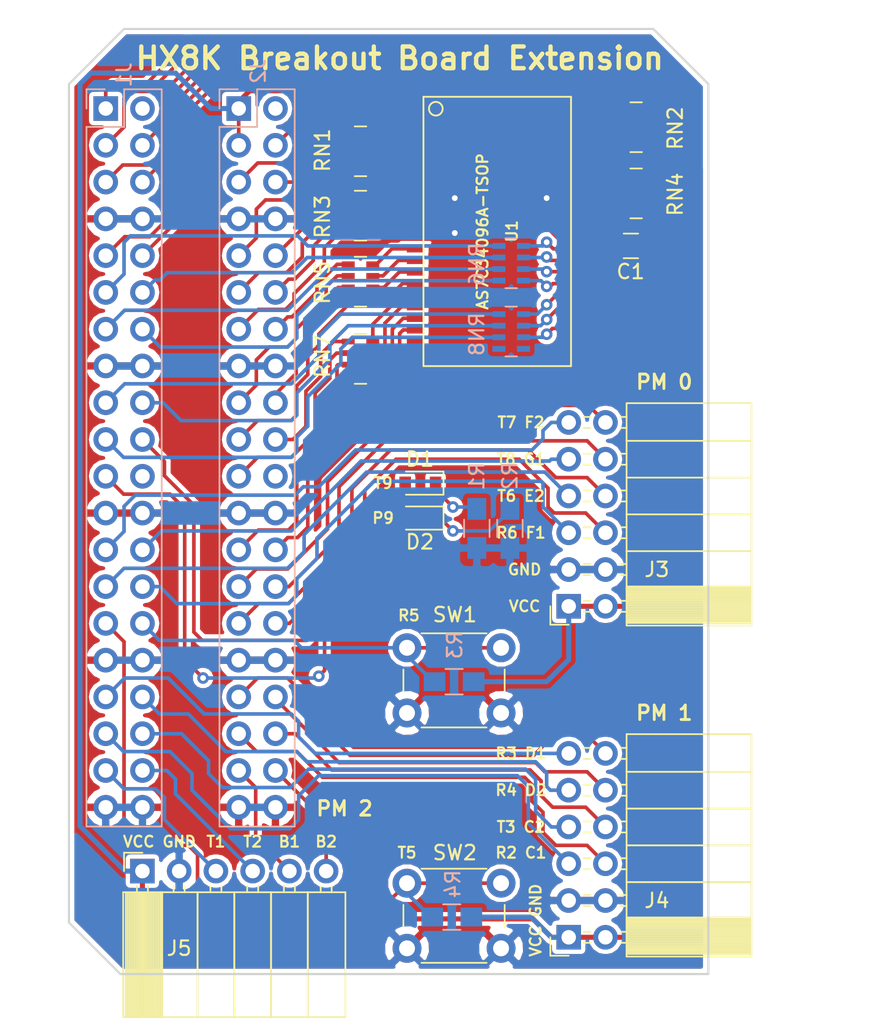
<source format=kicad_pcb>
(kicad_pcb (version 20171130) (host pcbnew 5.0.0-fee4fd1~65~ubuntu18.04.1)
  (layers (0 F.Cu signal) (31 B.Cu signal) (34 B.Paste user) (35 F.Paste user) (36 B.SilkS user) (37 F.SilkS user) (38 B.Mask user) (39 F.Mask user) (44 Edge.Cuts user))
  (net 0 "")
  (net 1 GND)
  (net 2 VCC33)
  (net 3 R16)
  (net 4 T15)
  (net 5 T16)
  (net 6 T13)
  (net 7 T14)
  (net 8 N12)
  (net 9 P13)
  (net 10 N10)
  (net 11 M11)
  (net 12 T11)
  (net 13 P10)
  (net 14 T10)
  (net 15 R10)
  (net 16 P8)
  (net 17 P9)
  (net 18 T9)
  (net 19 T7)
  (net 20 T8)
  (net 21 T6)
  (net 22 R6)
  (net 23 T5)
  (net 24 R5)
  (net 25 R3)
  (net 26 R4)
  (net 27 R2)
  (net 28 T3)
  (net 29 T1)
  (net 30 T2)
  (net 31 B2)
  (net 32 B1)
  (net 33 C2)
  (net 34 C1)
  (net 35 D2)
  (net 36 D1)
  (net 37 F1)
  (net 38 E2)
  (net 39 G1)
  (net 40 F2)
  (net 41 H1)
  (net 42 G2)
  (net 43 H2)
  (net 44 J1)
  (net 45 J2)
  (net 46 K1)
  (net 47 K3)
  (net 48 L1)
  (net 49 L3)
  (net 50 M1)
  (net 51 M2)
  (net 52 N2)
  (net 53 N3)
  (net 54 P2)
  (net 55 P1)
  (net 56 R1)
  (net 57 CE)
  (net 58 OE)
  (net 59 WE)
  (net 60 AD3)
  (net 61 AD2)
  (net 62 AD1)
  (net 63 AD0)
  (net 64 AD15)
  (net 65 AD18)
  (net 66 AD16)
  (net 67 AD17)
  (net 68 AD4)
  (net 69 IO0)
  (net 70 IO1)
  (net 71 IO7)
  (net 72 IO6)
  (net 73 AD5)
  (net 74 IO3)
  (net 75 IO2)
  (net 76 AD13)
  (net 77 IO5)
  (net 78 AD14)
  (net 79 IO4)
  (net 80 AD6)
  (net 81 AD7)
  (net 82 AD8)
  (net 83 AD9)
  (net 84 AD11)
  (net 85 AD10)
  (net 86 AD12)
  (net 87 "Net-(D1-Pad1)")
  (net 88 "Net-(D2-Pad1)")
  (module Resistors_SMD:R_Array_Concave_4x0603 (layer F.Cu) (at 112.61 87.954)
    (fp_text reference RN1 (at -2.628 -0.07 90) (layer F.SilkS))
    (fp_text value R_Pack04)
    (pad 5 smd rect (at 0.85 1.2) (size 0.9 0.4) (layers F.Cu F.Paste F.Mask) (net 60 AD3))
    (pad 6 smd rect (at 0.85 0.4) (size 0.9 0.4) (layers F.Cu F.Paste F.Mask) (net 61 AD2))
    (pad 7 smd rect (at 0.85 -0.4) (size 0.9 0.4) (layers F.Cu F.Paste F.Mask) (net 62 AD1))
    (pad 8 smd rect (at 0.85 -1.2) (size 0.9 0.4) (layers F.Cu F.Paste F.Mask) (net 63 AD0))
    (pad 4 smd rect (at -0.85 1.2) (size 0.9 0.4) (layers F.Cu F.Paste F.Mask) (net 53 N3))
    (pad 1 smd rect (at -0.85 -1.2) (size 0.9 0.4) (layers F.Cu F.Paste F.Mask) (net 56 R1))
    (pad 3 smd rect (at -0.85 0.4) (size 0.9 0.4) (layers F.Cu F.Paste F.Mask) (net 54 P2))
    (pad 2 smd rect (at -0.85 -0.4) (size 0.9 0.4) (layers F.Cu F.Paste F.Mask) (net 55 P1))
  )
  (module Capacitors_SMD:C_0805_HandSoldering (layer F.Cu) (at 131.298 94.488)
    (fp_text reference C1 (at -0.02 1.778) (layer F.SilkS))
    (fp_text value 100nF)
    (pad 2 smd rect (at 1.25 0) (size 1.5 1.25) (layers F.Cu F.Paste F.Mask) (net 1 GND))
    (pad 1 smd rect (at -1.25 0) (size 1.5 1.25) (layers F.Cu F.Paste F.Mask) (net 2 VCC33))
  )
  (module Socket_Strips:Socket_Strip_Straight_2x20_Pitch2.54mm (layer B.Cu) (at 95 85 180)
    (fp_text reference J1 (at -1.27 2.33 270) (layer B.SilkS) (effects (justify mirror)))
    (fp_text value Conn_02x20_Odd_Even)
    (pad 1 thru_hole rect (at 0 0 180) (size 1.7 1.7) (drill 1) (layers *.Cu *.Mask) (net 3 R16))
    (pad 2 thru_hole oval (at -2.54 0 180) (size 1.7 1.7) (drill 1) (layers *.Cu *.Mask))
    (pad 3 thru_hole oval (at 0 -2.54 180) (size 1.7 1.7) (drill 1) (layers *.Cu *.Mask) (net 4 T15))
    (pad 4 thru_hole oval (at -2.54 -2.54 180) (size 1.7 1.7) (drill 1) (layers *.Cu *.Mask) (net 5 T16))
    (pad 5 thru_hole oval (at 0 -5.08 180) (size 1.7 1.7) (drill 1) (layers *.Cu *.Mask) (net 6 T13))
    (pad 6 thru_hole oval (at -2.54 -5.08 180) (size 1.7 1.7) (drill 1) (layers *.Cu *.Mask) (net 7 T14))
    (pad 7 thru_hole oval (at 0 -7.62 180) (size 1.7 1.7) (drill 1) (layers *.Cu *.Mask) (net 1 GND))
    (pad 8 thru_hole oval (at -2.54 -7.62 180) (size 1.7 1.7) (drill 1) (layers *.Cu *.Mask) (net 1 GND))
    (pad 9 thru_hole oval (at 0 -10.16 180) (size 1.7 1.7) (drill 1) (layers *.Cu *.Mask) (net 8 N12))
    (pad 10 thru_hole oval (at -2.54 -10.16 180) (size 1.7 1.7) (drill 1) (layers *.Cu *.Mask) (net 9 P13))
    (pad 11 thru_hole oval (at 0 -12.7 180) (size 1.7 1.7) (drill 1) (layers *.Cu *.Mask) (net 10 N10))
    (pad 12 thru_hole oval (at -2.54 -12.7 180) (size 1.7 1.7) (drill 1) (layers *.Cu *.Mask) (net 11 M11))
    (pad 13 thru_hole oval (at 0 -15.24 180) (size 1.7 1.7) (drill 1) (layers *.Cu *.Mask) (net 12 T11))
    (pad 14 thru_hole oval (at -2.54 -15.24 180) (size 1.7 1.7) (drill 1) (layers *.Cu *.Mask) (net 13 P10))
    (pad 15 thru_hole oval (at 0 -17.78 180) (size 1.7 1.7) (drill 1) (layers *.Cu *.Mask) (net 1 GND))
    (pad 16 thru_hole oval (at -2.54 -17.78 180) (size 1.7 1.7) (drill 1) (layers *.Cu *.Mask) (net 1 GND))
    (pad 17 thru_hole oval (at 0 -20.32 180) (size 1.7 1.7) (drill 1) (layers *.Cu *.Mask) (net 14 T10))
    (pad 18 thru_hole oval (at -2.54 -20.32 180) (size 1.7 1.7) (drill 1) (layers *.Cu *.Mask) (net 15 R10))
    (pad 19 thru_hole oval (at 0 -22.86 180) (size 1.7 1.7) (drill 1) (layers *.Cu *.Mask) (net 16 P8))
    (pad 20 thru_hole oval (at -2.54 -22.86 180) (size 1.7 1.7) (drill 1) (layers *.Cu *.Mask) (net 17 P9))
    (pad 21 thru_hole oval (at 0 -25.4 180) (size 1.7 1.7) (drill 1) (layers *.Cu *.Mask) (net 18 T9))
    (pad 22 thru_hole oval (at -2.54 -25.4 180) (size 1.7 1.7) (drill 1) (layers *.Cu *.Mask))
    (pad 23 thru_hole oval (at 0 -27.94 180) (size 1.7 1.7) (drill 1) (layers *.Cu *.Mask) (net 1 GND))
    (pad 24 thru_hole oval (at -2.54 -27.94 180) (size 1.7 1.7) (drill 1) (layers *.Cu *.Mask) (net 1 GND))
    (pad 25 thru_hole oval (at 0 -30.48 180) (size 1.7 1.7) (drill 1) (layers *.Cu *.Mask) (net 19 T7))
    (pad 26 thru_hole oval (at -2.54 -30.48 180) (size 1.7 1.7) (drill 1) (layers *.Cu *.Mask) (net 20 T8))
    (pad 27 thru_hole oval (at 0 -33.02 180) (size 1.7 1.7) (drill 1) (layers *.Cu *.Mask) (net 21 T6))
    (pad 28 thru_hole oval (at -2.54 -33.02 180) (size 1.7 1.7) (drill 1) (layers *.Cu *.Mask) (net 22 R6))
    (pad 29 thru_hole oval (at 0 -35.56 180) (size 1.7 1.7) (drill 1) (layers *.Cu *.Mask) (net 23 T5))
    (pad 30 thru_hole oval (at -2.54 -35.56 180) (size 1.7 1.7) (drill 1) (layers *.Cu *.Mask) (net 24 R5))
    (pad 31 thru_hole oval (at 0 -38.1 180) (size 1.7 1.7) (drill 1) (layers *.Cu *.Mask) (net 1 GND))
    (pad 32 thru_hole oval (at -2.54 -38.1 180) (size 1.7 1.7) (drill 1) (layers *.Cu *.Mask) (net 1 GND))
    (pad 33 thru_hole oval (at 0 -40.64 180) (size 1.7 1.7) (drill 1) (layers *.Cu *.Mask) (net 25 R3))
    (pad 34 thru_hole oval (at -2.54 -40.64 180) (size 1.7 1.7) (drill 1) (layers *.Cu *.Mask) (net 26 R4))
    (pad 35 thru_hole oval (at 0 -43.18 180) (size 1.7 1.7) (drill 1) (layers *.Cu *.Mask) (net 27 R2))
    (pad 36 thru_hole oval (at -2.54 -43.18 180) (size 1.7 1.7) (drill 1) (layers *.Cu *.Mask) (net 28 T3))
    (pad 37 thru_hole oval (at 0 -45.72 180) (size 1.7 1.7) (drill 1) (layers *.Cu *.Mask) (net 29 T1))
    (pad 38 thru_hole oval (at -2.54 -45.72 180) (size 1.7 1.7) (drill 1) (layers *.Cu *.Mask) (net 30 T2))
    (pad 39 thru_hole oval (at 0 -48.26 180) (size 1.7 1.7) (drill 1) (layers *.Cu *.Mask) (net 1 GND))
    (pad 40 thru_hole oval (at -2.54 -48.26 180) (size 1.7 1.7) (drill 1) (layers *.Cu *.Mask) (net 1 GND))
  )
  (module Socket_Strips:Socket_Strip_Straight_2x20_Pitch2.54mm (layer B.Cu) (at 104.1908 85 180)
    (fp_text reference J2 (at -1.3462 2.577 270) (layer B.SilkS) (effects (justify mirror)))
    (fp_text value Conn_02x20_Odd_Even)
    (pad 40 thru_hole oval (at -2.54 -48.26 180) (size 1.7 1.7) (drill 1) (layers *.Cu *.Mask) (net 1 GND))
    (pad 39 thru_hole oval (at 0 -48.26 180) (size 1.7 1.7) (drill 1) (layers *.Cu *.Mask) (net 1 GND))
    (pad 38 thru_hole oval (at -2.54 -45.72 180) (size 1.7 1.7) (drill 1) (layers *.Cu *.Mask) (net 31 B2))
    (pad 37 thru_hole oval (at 0 -45.72 180) (size 1.7 1.7) (drill 1) (layers *.Cu *.Mask) (net 32 B1))
    (pad 36 thru_hole oval (at -2.54 -43.18 180) (size 1.7 1.7) (drill 1) (layers *.Cu *.Mask) (net 33 C2))
    (pad 35 thru_hole oval (at 0 -43.18 180) (size 1.7 1.7) (drill 1) (layers *.Cu *.Mask) (net 34 C1))
    (pad 34 thru_hole oval (at -2.54 -40.64 180) (size 1.7 1.7) (drill 1) (layers *.Cu *.Mask) (net 35 D2))
    (pad 33 thru_hole oval (at 0 -40.64 180) (size 1.7 1.7) (drill 1) (layers *.Cu *.Mask) (net 36 D1))
    (pad 32 thru_hole oval (at -2.54 -38.1 180) (size 1.7 1.7) (drill 1) (layers *.Cu *.Mask) (net 1 GND))
    (pad 31 thru_hole oval (at 0 -38.1 180) (size 1.7 1.7) (drill 1) (layers *.Cu *.Mask) (net 1 GND))
    (pad 30 thru_hole oval (at -2.54 -35.56 180) (size 1.7 1.7) (drill 1) (layers *.Cu *.Mask) (net 37 F1))
    (pad 29 thru_hole oval (at 0 -35.56 180) (size 1.7 1.7) (drill 1) (layers *.Cu *.Mask) (net 38 E2))
    (pad 28 thru_hole oval (at -2.54 -33.02 180) (size 1.7 1.7) (drill 1) (layers *.Cu *.Mask) (net 39 G1))
    (pad 27 thru_hole oval (at 0 -33.02 180) (size 1.7 1.7) (drill 1) (layers *.Cu *.Mask) (net 40 F2))
    (pad 26 thru_hole oval (at -2.54 -30.48 180) (size 1.7 1.7) (drill 1) (layers *.Cu *.Mask) (net 41 H1))
    (pad 25 thru_hole oval (at 0 -30.48 180) (size 1.7 1.7) (drill 1) (layers *.Cu *.Mask) (net 42 G2))
    (pad 24 thru_hole oval (at -2.54 -27.94 180) (size 1.7 1.7) (drill 1) (layers *.Cu *.Mask) (net 1 GND))
    (pad 23 thru_hole oval (at 0 -27.94 180) (size 1.7 1.7) (drill 1) (layers *.Cu *.Mask) (net 1 GND))
    (pad 22 thru_hole oval (at -2.54 -25.4 180) (size 1.7 1.7) (drill 1) (layers *.Cu *.Mask))
    (pad 21 thru_hole oval (at 0 -25.4 180) (size 1.7 1.7) (drill 1) (layers *.Cu *.Mask) (net 43 H2))
    (pad 20 thru_hole oval (at -2.54 -22.86 180) (size 1.7 1.7) (drill 1) (layers *.Cu *.Mask) (net 44 J1))
    (pad 19 thru_hole oval (at 0 -22.86 180) (size 1.7 1.7) (drill 1) (layers *.Cu *.Mask) (net 45 J2))
    (pad 18 thru_hole oval (at -2.54 -20.32 180) (size 1.7 1.7) (drill 1) (layers *.Cu *.Mask) (net 46 K1))
    (pad 17 thru_hole oval (at 0 -20.32 180) (size 1.7 1.7) (drill 1) (layers *.Cu *.Mask) (net 47 K3))
    (pad 16 thru_hole oval (at -2.54 -17.78 180) (size 1.7 1.7) (drill 1) (layers *.Cu *.Mask) (net 1 GND))
    (pad 15 thru_hole oval (at 0 -17.78 180) (size 1.7 1.7) (drill 1) (layers *.Cu *.Mask) (net 1 GND))
    (pad 14 thru_hole oval (at -2.54 -15.24 180) (size 1.7 1.7) (drill 1) (layers *.Cu *.Mask) (net 48 L1))
    (pad 13 thru_hole oval (at 0 -15.24 180) (size 1.7 1.7) (drill 1) (layers *.Cu *.Mask) (net 49 L3))
    (pad 12 thru_hole oval (at -2.54 -12.7 180) (size 1.7 1.7) (drill 1) (layers *.Cu *.Mask) (net 50 M1))
    (pad 11 thru_hole oval (at 0 -12.7 180) (size 1.7 1.7) (drill 1) (layers *.Cu *.Mask) (net 51 M2))
    (pad 10 thru_hole oval (at -2.54 -10.16 180) (size 1.7 1.7) (drill 1) (layers *.Cu *.Mask) (net 52 N2))
    (pad 9 thru_hole oval (at 0 -10.16 180) (size 1.7 1.7) (drill 1) (layers *.Cu *.Mask) (net 53 N3))
    (pad 8 thru_hole oval (at -2.54 -7.62 180) (size 1.7 1.7) (drill 1) (layers *.Cu *.Mask) (net 1 GND))
    (pad 7 thru_hole oval (at 0 -7.62 180) (size 1.7 1.7) (drill 1) (layers *.Cu *.Mask) (net 1 GND))
    (pad 6 thru_hole oval (at -2.54 -5.08 180) (size 1.7 1.7) (drill 1) (layers *.Cu *.Mask) (net 54 P2))
    (pad 5 thru_hole oval (at 0 -5.08 180) (size 1.7 1.7) (drill 1) (layers *.Cu *.Mask) (net 55 P1))
    (pad 4 thru_hole oval (at -2.54 -2.54 180) (size 1.7 1.7) (drill 1) (layers *.Cu *.Mask) (net 56 R1))
    (pad 3 thru_hole oval (at 0 -2.54 180) (size 1.7 1.7) (drill 1) (layers *.Cu *.Mask) (net 2 VCC33))
    (pad 2 thru_hole oval (at -2.54 0 180) (size 1.7 1.7) (drill 1) (layers *.Cu *.Mask))
    (pad 1 thru_hole rect (at 0 0 180) (size 1.7 1.7) (drill 1) (layers *.Cu *.Mask) (net 2 VCC33))
  )
  (module Socket_Strips:Socket_Strip_Angled_2x06_Pitch2.54mm (layer F.Cu) (at 127 119.38 180)
    (fp_text reference J3 (at -6.096 2.54 180) (layer F.SilkS))
    (fp_text value Conn_02x06_Odd_Even)
    (pad 12 thru_hole oval (at -2.54 12.7 180) (size 1.7 1.7) (drill 1) (layers *.Cu *.Mask) (net 40 F2))
    (pad 11 thru_hole oval (at 0 12.7 180) (size 1.7 1.7) (drill 1) (layers *.Cu *.Mask) (net 19 T7))
    (pad 10 thru_hole oval (at -2.54 10.16 180) (size 1.7 1.7) (drill 1) (layers *.Cu *.Mask) (net 39 G1))
    (pad 9 thru_hole oval (at 0 10.16 180) (size 1.7 1.7) (drill 1) (layers *.Cu *.Mask) (net 20 T8))
    (pad 8 thru_hole oval (at -2.54 7.62 180) (size 1.7 1.7) (drill 1) (layers *.Cu *.Mask) (net 38 E2))
    (pad 7 thru_hole oval (at 0 7.62 180) (size 1.7 1.7) (drill 1) (layers *.Cu *.Mask) (net 21 T6))
    (pad 6 thru_hole oval (at -2.54 5.08 180) (size 1.7 1.7) (drill 1) (layers *.Cu *.Mask) (net 37 F1))
    (pad 5 thru_hole oval (at 0 5.08 180) (size 1.7 1.7) (drill 1) (layers *.Cu *.Mask) (net 22 R6))
    (pad 4 thru_hole oval (at -2.54 2.54 180) (size 1.7 1.7) (drill 1) (layers *.Cu *.Mask) (net 1 GND))
    (pad 3 thru_hole oval (at 0 2.54 180) (size 1.7 1.7) (drill 1) (layers *.Cu *.Mask) (net 1 GND))
    (pad 2 thru_hole oval (at -2.54 0 180) (size 1.7 1.7) (drill 1) (layers *.Cu *.Mask) (net 2 VCC33))
    (pad 1 thru_hole rect (at 0 0 180) (size 1.7 1.7) (drill 1) (layers *.Cu *.Mask) (net 2 VCC33))
  )
  (module Socket_Strips:Socket_Strip_Angled_2x06_Pitch2.54mm (layer F.Cu) (at 127 142.24 180)
    (fp_text reference J4 (at -6.096 2.54 180) (layer F.SilkS))
    (fp_text value Conn_02x06_Odd_Even)
    (pad 1 thru_hole rect (at 0 0 180) (size 1.7 1.7) (drill 1) (layers *.Cu *.Mask) (net 2 VCC33))
    (pad 2 thru_hole oval (at -2.54 0 180) (size 1.7 1.7) (drill 1) (layers *.Cu *.Mask) (net 2 VCC33))
    (pad 3 thru_hole oval (at 0 2.54 180) (size 1.7 1.7) (drill 1) (layers *.Cu *.Mask) (net 1 GND))
    (pad 4 thru_hole oval (at -2.54 2.54 180) (size 1.7 1.7) (drill 1) (layers *.Cu *.Mask) (net 1 GND))
    (pad 5 thru_hole oval (at 0 5.08 180) (size 1.7 1.7) (drill 1) (layers *.Cu *.Mask) (net 27 R2))
    (pad 6 thru_hole oval (at -2.54 5.08 180) (size 1.7 1.7) (drill 1) (layers *.Cu *.Mask) (net 34 C1))
    (pad 7 thru_hole oval (at 0 7.62 180) (size 1.7 1.7) (drill 1) (layers *.Cu *.Mask) (net 28 T3))
    (pad 8 thru_hole oval (at -2.54 7.62 180) (size 1.7 1.7) (drill 1) (layers *.Cu *.Mask) (net 33 C2))
    (pad 9 thru_hole oval (at 0 10.16 180) (size 1.7 1.7) (drill 1) (layers *.Cu *.Mask) (net 26 R4))
    (pad 10 thru_hole oval (at -2.54 10.16 180) (size 1.7 1.7) (drill 1) (layers *.Cu *.Mask) (net 35 D2))
    (pad 11 thru_hole oval (at 0 12.7 180) (size 1.7 1.7) (drill 1) (layers *.Cu *.Mask) (net 25 R3))
    (pad 12 thru_hole oval (at -2.54 12.7 180) (size 1.7 1.7) (drill 1) (layers *.Cu *.Mask) (net 36 D1))
  )
  (module Resistors_SMD:R_Array_Concave_4x0603 (layer F.Cu) (at 131.66 86.29)
    (fp_text reference RN2 (at 2.706 0.07 90) (layer F.SilkS))
    (fp_text value R_Pack04)
    (pad 5 smd rect (at 0.85 1.2) (size 0.9 0.4) (layers F.Cu F.Paste F.Mask) (net 6 T13))
    (pad 6 smd rect (at 0.85 0.4) (size 0.9 0.4) (layers F.Cu F.Paste F.Mask) (net 7 T14))
    (pad 7 smd rect (at 0.85 -0.4) (size 0.9 0.4) (layers F.Cu F.Paste F.Mask) (net 8 N12))
    (pad 8 smd rect (at 0.85 -1.2) (size 0.9 0.4) (layers F.Cu F.Paste F.Mask) (net 9 P13))
    (pad 4 smd rect (at -0.85 1.2) (size 0.9 0.4) (layers F.Cu F.Paste F.Mask) (net 64 AD15))
    (pad 1 smd rect (at -0.85 -1.2) (size 0.9 0.4) (layers F.Cu F.Paste F.Mask) (net 65 AD18))
    (pad 3 smd rect (at -0.85 0.4) (size 0.9 0.4) (layers F.Cu F.Paste F.Mask) (net 66 AD16))
    (pad 2 smd rect (at -0.85 -0.4) (size 0.9 0.4) (layers F.Cu F.Paste F.Mask) (net 67 AD17))
  )
  (module Resistors_SMD:R_Array_Concave_4x0603 (layer F.Cu) (at 112.61 92.399)
    (fp_text reference RN3 (at -2.628 0.07 90) (layer F.SilkS))
    (fp_text value R_Pack04)
    (pad 2 smd rect (at -0.85 -0.4) (size 0.9 0.4) (layers F.Cu F.Paste F.Mask) (net 51 M2))
    (pad 3 smd rect (at -0.85 0.4) (size 0.9 0.4) (layers F.Cu F.Paste F.Mask) (net 50 M1))
    (pad 1 smd rect (at -0.85 -1.2) (size 0.9 0.4) (layers F.Cu F.Paste F.Mask) (net 52 N2))
    (pad 4 smd rect (at -0.85 1.2) (size 0.9 0.4) (layers F.Cu F.Paste F.Mask) (net 49 L3))
    (pad 8 smd rect (at 0.85 -1.2) (size 0.9 0.4) (layers F.Cu F.Paste F.Mask) (net 68 AD4))
    (pad 7 smd rect (at 0.85 -0.4) (size 0.9 0.4) (layers F.Cu F.Paste F.Mask) (net 57 CE))
    (pad 6 smd rect (at 0.85 0.4) (size 0.9 0.4) (layers F.Cu F.Paste F.Mask) (net 69 IO0))
    (pad 5 smd rect (at 0.85 1.2) (size 0.9 0.4) (layers F.Cu F.Paste F.Mask) (net 70 IO1))
  )
  (module Resistors_SMD:R_Array_Concave_4x0603 (layer F.Cu) (at 131.66 90.862)
    (fp_text reference RN4 (at 2.706 0.07 90) (layer F.SilkS))
    (fp_text value R_Pack04)
    (pad 2 smd rect (at -0.85 -0.4) (size 0.9 0.4) (layers F.Cu F.Paste F.Mask) (net 71 IO7))
    (pad 3 smd rect (at -0.85 0.4) (size 0.9 0.4) (layers F.Cu F.Paste F.Mask) (net 72 IO6))
    (pad 1 smd rect (at -0.85 -1.2) (size 0.9 0.4) (layers F.Cu F.Paste F.Mask) (net 58 OE))
    (pad 4 smd rect (at -0.85 1.2) (size 0.9 0.4) (layers F.Cu F.Paste F.Mask))
    (pad 8 smd rect (at 0.85 -1.2) (size 0.9 0.4) (layers F.Cu F.Paste F.Mask) (net 5 T16))
    (pad 7 smd rect (at 0.85 -0.4) (size 0.9 0.4) (layers F.Cu F.Paste F.Mask) (net 4 T15))
    (pad 6 smd rect (at 0.85 0.4) (size 0.9 0.4) (layers F.Cu F.Paste F.Mask) (net 3 R16))
    (pad 5 smd rect (at 0.85 1.2) (size 0.9 0.4) (layers F.Cu F.Paste F.Mask))
  )
  (module Resistors_SMD:R_Array_Concave_4x0603 (layer F.Cu) (at 112.61 96.958)
    (fp_text reference RN5 (at -2.628 0.07 90) (layer F.SilkS))
    (fp_text value R_Pack04)
    (pad 5 smd rect (at 0.85 1.2) (size 0.9 0.4) (layers F.Cu F.Paste F.Mask) (net 73 AD5))
    (pad 6 smd rect (at 0.85 0.4) (size 0.9 0.4) (layers F.Cu F.Paste F.Mask) (net 59 WE))
    (pad 7 smd rect (at 0.85 -0.4) (size 0.9 0.4) (layers F.Cu F.Paste F.Mask) (net 74 IO3))
    (pad 8 smd rect (at 0.85 -1.2) (size 0.9 0.4) (layers F.Cu F.Paste F.Mask) (net 75 IO2))
    (pad 4 smd rect (at -0.85 1.2) (size 0.9 0.4) (layers F.Cu F.Paste F.Mask) (net 45 J2))
    (pad 1 smd rect (at -0.85 -1.2) (size 0.9 0.4) (layers F.Cu F.Paste F.Mask) (net 48 L1))
    (pad 3 smd rect (at -0.85 0.4) (size 0.9 0.4) (layers F.Cu F.Paste F.Mask) (net 46 K1))
    (pad 2 smd rect (at -0.85 -0.4) (size 0.9 0.4) (layers F.Cu F.Paste F.Mask) (net 47 K3))
  )
  (module Resistors_SMD:R_Array_Concave_4x0603 (layer B.Cu) (at 123.024 95.688 180)
    (fp_text reference RN6 (at 2.374 -0.07 270) (layer B.SilkS) (effects (justify mirror)))
    (fp_text value R_Pack04)
    (pad 5 smd rect (at 0.85 -1.2 180) (size 0.9 0.4) (layers B.Cu B.Paste B.Mask) (net 13 P10))
    (pad 6 smd rect (at 0.85 -0.4 180) (size 0.9 0.4) (layers B.Cu B.Paste B.Mask) (net 12 T11))
    (pad 7 smd rect (at 0.85 0.4 180) (size 0.9 0.4) (layers B.Cu B.Paste B.Mask) (net 11 M11))
    (pad 8 smd rect (at 0.85 1.2 180) (size 0.9 0.4) (layers B.Cu B.Paste B.Mask) (net 10 N10))
    (pad 4 smd rect (at -0.85 -1.2 180) (size 0.9 0.4) (layers B.Cu B.Paste B.Mask) (net 76 AD13))
    (pad 1 smd rect (at -0.85 1.2 180) (size 0.9 0.4) (layers B.Cu B.Paste B.Mask) (net 77 IO5))
    (pad 3 smd rect (at -0.85 -0.4 180) (size 0.9 0.4) (layers B.Cu B.Paste B.Mask) (net 78 AD14))
    (pad 2 smd rect (at -0.85 0.4 180) (size 0.9 0.4) (layers B.Cu B.Paste B.Mask) (net 79 IO4))
  )
  (module Resistors_SMD:R_Array_Concave_4x0603 (layer F.Cu) (at 112.61 102.292)
    (fp_text reference RN7 (at -2.628 -0.184 90) (layer F.SilkS))
    (fp_text value R_Pack04)
    (pad 2 smd rect (at -0.85 -0.4) (size 0.9 0.4) (layers F.Cu F.Paste F.Mask) (net 43 H2))
    (pad 3 smd rect (at -0.85 0.4) (size 0.9 0.4) (layers F.Cu F.Paste F.Mask) (net 42 G2))
    (pad 1 smd rect (at -0.85 -1.2) (size 0.9 0.4) (layers F.Cu F.Paste F.Mask) (net 44 J1))
    (pad 4 smd rect (at -0.85 1.2) (size 0.9 0.4) (layers F.Cu F.Paste F.Mask) (net 41 H1))
    (pad 8 smd rect (at 0.85 -1.2) (size 0.9 0.4) (layers F.Cu F.Paste F.Mask) (net 80 AD6))
    (pad 7 smd rect (at 0.85 -0.4) (size 0.9 0.4) (layers F.Cu F.Paste F.Mask) (net 81 AD7))
    (pad 6 smd rect (at 0.85 0.4) (size 0.9 0.4) (layers F.Cu F.Paste F.Mask) (net 82 AD8))
    (pad 5 smd rect (at 0.85 1.2) (size 0.9 0.4) (layers F.Cu F.Paste F.Mask) (net 83 AD9))
  )
  (module Resistors_SMD:R_Array_Concave_4x0603 (layer B.Cu) (at 123.024 100.4 180)
    (fp_text reference RN8 (at 2.374 -0.184 270) (layer B.SilkS) (effects (justify mirror)))
    (fp_text value R_Pack04)
    (pad 2 smd rect (at -0.85 0.4 180) (size 0.9 0.4) (layers B.Cu B.Paste B.Mask) (net 84 AD11))
    (pad 3 smd rect (at -0.85 -0.4 180) (size 0.9 0.4) (layers B.Cu B.Paste B.Mask) (net 85 AD10))
    (pad 1 smd rect (at -0.85 1.2 180) (size 0.9 0.4) (layers B.Cu B.Paste B.Mask) (net 86 AD12))
    (pad 4 smd rect (at -0.85 -1.2 180) (size 0.9 0.4) (layers B.Cu B.Paste B.Mask))
    (pad 8 smd rect (at 0.85 1.2 180) (size 0.9 0.4) (layers B.Cu B.Paste B.Mask) (net 14 T10))
    (pad 7 smd rect (at 0.85 0.4 180) (size 0.9 0.4) (layers B.Cu B.Paste B.Mask) (net 15 R10))
    (pad 6 smd rect (at 0.85 -0.4 180) (size 0.9 0.4) (layers B.Cu B.Paste B.Mask) (net 16 P8))
    (pad 5 smd rect (at 0.85 -1.2 180) (size 0.9 0.4) (layers B.Cu B.Paste B.Mask))
  )
  (module w_smd_dil:tsop2-44 (layer F.Cu) (at 122.06 93.49 270)
    (fp_text reference U1 (at -0.018 -1.016 270) (layer F.SilkS) (effects (font (size 0.7493 0.7493) (thickness 0.14986))))
    (fp_text value AS7C34096A-TSOP (at 0 1.016 270) (layer F.SilkS) (effects (font (size 0.7493 0.7493) (thickness 0.14986))))
    (pad 23 smd rect (at 8.4 -5.65 270) (size 0.5 1.2) (layers F.Cu F.Paste F.Mask))
    (pad 24 smd rect (at 7.6 -5.65 270) (size 0.5 1.2) (layers F.Cu F.Paste F.Mask))
    (pad 25 smd rect (at 6.8 -5.65 270) (size 0.5 1.2) (layers F.Cu F.Paste F.Mask))
    (pad 26 smd rect (at 6 -5.65 270) (size 0.5 1.2) (layers F.Cu F.Paste F.Mask) (net 85 AD10))
    (pad 27 smd rect (at 5.2 -5.65 270) (size 0.5 1.2) (layers F.Cu F.Paste F.Mask) (net 84 AD11))
    (pad 28 smd rect (at 4.4 -5.65 270) (size 0.5 1.2) (layers F.Cu F.Paste F.Mask) (net 86 AD12))
    (pad 29 smd rect (at 3.6 -5.65 270) (size 0.5 1.2) (layers F.Cu F.Paste F.Mask) (net 76 AD13))
    (pad 30 smd rect (at 2.8 -5.65 270) (size 0.5 1.2) (layers F.Cu F.Paste F.Mask) (net 78 AD14))
    (pad 31 smd rect (at 2 -5.65 270) (size 0.5 1.2) (layers F.Cu F.Paste F.Mask) (net 79 IO4))
    (pad 32 smd rect (at 1.2 -5.65 270) (size 0.5 1.2) (layers F.Cu F.Paste F.Mask) (net 77 IO5))
    (pad 33 smd rect (at 0.4 -5.65 270) (size 0.5 1.2) (layers F.Cu F.Paste F.Mask) (net 2 VCC33))
    (pad 34 smd rect (at -0.4 -5.65 270) (size 0.5 1.2) (layers F.Cu F.Paste F.Mask) (net 1 GND))
    (pad 36 smd rect (at -2 -5.65 270) (size 0.5 1.2) (layers F.Cu F.Paste F.Mask) (net 71 IO7))
    (pad 35 smd rect (at -1.2 -5.65 270) (size 0.5 1.2) (layers F.Cu F.Paste F.Mask) (net 72 IO6))
    (pad 37 smd rect (at -2.8 -5.65 270) (size 0.5 1.2) (layers F.Cu F.Paste F.Mask) (net 58 OE))
    (pad 38 smd rect (at -3.6 -5.65 270) (size 0.5 1.2) (layers F.Cu F.Paste F.Mask) (net 64 AD15))
    (pad 39 smd rect (at -4.4 -5.65 270) (size 0.5 1.2) (layers F.Cu F.Paste F.Mask) (net 66 AD16))
    (pad 40 smd rect (at -5.2 -5.65 270) (size 0.5 1.2) (layers F.Cu F.Paste F.Mask) (net 67 AD17))
    (pad 41 smd rect (at -6 -5.65 270) (size 0.5 1.2) (layers F.Cu F.Paste F.Mask) (net 65 AD18))
    (pad 42 smd rect (at -6.8 -5.65 270) (size 0.5 1.2) (layers F.Cu F.Paste F.Mask))
    (pad 43 smd rect (at -7.6 -5.65 270) (size 0.5 1.2) (layers F.Cu F.Paste F.Mask))
    (pad 44 smd rect (at -8.4 -5.65 270) (size 0.5 1.2) (layers F.Cu F.Paste F.Mask))
    (pad 1 smd rect (at -8.4 5.65 270) (size 0.5 1.2) (layers F.Cu F.Paste F.Mask))
    (pad 2 smd rect (at -7.6 5.65 270) (size 0.5 1.2) (layers F.Cu F.Paste F.Mask))
    (pad 3 smd rect (at -6.8 5.65 270) (size 0.5 1.2) (layers F.Cu F.Paste F.Mask) (net 63 AD0))
    (pad 4 smd rect (at -6 5.65 270) (size 0.5 1.2) (layers F.Cu F.Paste F.Mask) (net 62 AD1))
    (pad 5 smd rect (at -5.2 5.65 270) (size 0.5 1.2) (layers F.Cu F.Paste F.Mask) (net 61 AD2))
    (pad 6 smd rect (at -4.4 5.65 270) (size 0.5 1.2) (layers F.Cu F.Paste F.Mask) (net 60 AD3))
    (pad 7 smd rect (at -3.6 5.65 270) (size 0.5 1.2) (layers F.Cu F.Paste F.Mask) (net 68 AD4))
    (pad 8 smd rect (at -2.8 5.65 270) (size 0.5 1.2) (layers F.Cu F.Paste F.Mask) (net 57 CE))
    (pad 10 smd rect (at -1.2 5.65 270) (size 0.5 1.2) (layers F.Cu F.Paste F.Mask) (net 70 IO1))
    (pad 9 smd rect (at -2 5.65 270) (size 0.5 1.2) (layers F.Cu F.Paste F.Mask) (net 69 IO0))
    (pad 11 smd rect (at -0.4 5.65 270) (size 0.5 1.2) (layers F.Cu F.Paste F.Mask) (net 2 VCC33))
    (pad 12 smd rect (at 0.4 5.65 270) (size 0.5 1.2) (layers F.Cu F.Paste F.Mask) (net 1 GND))
    (pad 13 smd rect (at 1.2 5.65 270) (size 0.5 1.2) (layers F.Cu F.Paste F.Mask) (net 75 IO2))
    (pad 14 smd rect (at 2 5.65 270) (size 0.5 1.2) (layers F.Cu F.Paste F.Mask) (net 74 IO3))
    (pad 15 smd rect (at 2.8 5.65 270) (size 0.5 1.2) (layers F.Cu F.Paste F.Mask) (net 59 WE))
    (pad 16 smd rect (at 3.6 5.65 270) (size 0.5 1.2) (layers F.Cu F.Paste F.Mask) (net 73 AD5))
    (pad 17 smd rect (at 4.4 5.65 270) (size 0.5 1.2) (layers F.Cu F.Paste F.Mask) (net 80 AD6))
    (pad 18 smd rect (at 5.2 5.65 270) (size 0.5 1.2) (layers F.Cu F.Paste F.Mask) (net 81 AD7))
    (pad 19 smd rect (at 6 5.65 270) (size 0.5 1.2) (layers F.Cu F.Paste F.Mask) (net 82 AD8))
    (pad 20 smd rect (at 6.8 5.65 270) (size 0.5 1.2) (layers F.Cu F.Paste F.Mask) (net 83 AD9))
    (pad 21 smd rect (at 7.6 5.65 270) (size 0.5 1.2) (layers F.Cu F.Paste F.Mask))
    (pad 22 smd rect (at 8.4 5.65 270) (size 0.5 1.2) (layers F.Cu F.Paste F.Mask))
  )
  (module Socket_Strips:Socket_Strip_Angled_1x06_Pitch2.54mm (layer F.Cu) (at 97.536 137.668 90)
    (fp_text reference J5 (at -5.334 2.54) (layer F.SilkS))
    (fp_text value Conn_01x06)
    (pad 6 thru_hole oval (at 0 12.7 90) (size 1.7 1.7) (drill 1) (layers *.Cu *.Mask) (net 31 B2))
    (pad 5 thru_hole oval (at 0 10.16 90) (size 1.7 1.7) (drill 1) (layers *.Cu *.Mask) (net 32 B1))
    (pad 4 thru_hole oval (at 0 7.62 90) (size 1.7 1.7) (drill 1) (layers *.Cu *.Mask) (net 30 T2))
    (pad 3 thru_hole oval (at 0 5.08 90) (size 1.7 1.7) (drill 1) (layers *.Cu *.Mask) (net 29 T1))
    (pad 2 thru_hole oval (at 0 2.54 90) (size 1.7 1.7) (drill 1) (layers *.Cu *.Mask) (net 1 GND))
    (pad 1 thru_hole rect (at 0 0 90) (size 1.7 1.7) (drill 1) (layers *.Cu *.Mask) (net 2 VCC33))
  )
  (module Buttons_Switches_ThroughHole:SW_PUSH_6mm (layer F.Cu) (at 115.824 122.246)
    (fp_text reference SW1 (at 3.302 -2.286) (layer F.SilkS))
    (fp_text value SW_Push)
    (pad 2 thru_hole circle (at 0 4.5 90) (size 2 2) (drill 1.1) (layers *.Cu *.Mask) (net 1 GND))
    (pad 1 thru_hole circle (at 0 0 90) (size 2 2) (drill 1.1) (layers *.Cu *.Mask) (net 24 R5))
    (pad 2 thru_hole circle (at 6.5 4.5 90) (size 2 2) (drill 1.1) (layers *.Cu *.Mask) (net 1 GND))
    (pad 1 thru_hole circle (at 6.5 0 90) (size 2 2) (drill 1.1) (layers *.Cu *.Mask) (net 24 R5))
  )
  (module Buttons_Switches_ThroughHole:SW_PUSH_6mm (layer F.Cu) (at 115.824 138.502)
    (fp_text reference SW2 (at 3.302 -2.104) (layer F.SilkS))
    (fp_text value SW_Push)
    (pad 1 thru_hole circle (at 6.5 0 90) (size 2 2) (drill 1.1) (layers *.Cu *.Mask) (net 23 T5))
    (pad 2 thru_hole circle (at 6.5 4.5 90) (size 2 2) (drill 1.1) (layers *.Cu *.Mask) (net 1 GND))
    (pad 1 thru_hole circle (at 0 0 90) (size 2 2) (drill 1.1) (layers *.Cu *.Mask) (net 23 T5))
    (pad 2 thru_hole circle (at 0 4.5 90) (size 2 2) (drill 1.1) (layers *.Cu *.Mask) (net 1 GND))
  )
  (module Diodes_SMD:D_0805 (layer F.Cu) (at 116.747 110.871 180)
    (fp_text reference D1 (at 0.034 1.651 180) (layer F.SilkS))
    (fp_text value LED)
    (pad 2 smd rect (at 1.05 0 180) (size 0.8 0.9) (layers F.Cu F.Paste F.Mask) (net 18 T9))
    (pad 1 smd rect (at -1.05 0 180) (size 0.8 0.9) (layers F.Cu F.Paste F.Mask) (net 87 "Net-(D1-Pad1)"))
  )
  (module Diodes_SMD:D_0805 (layer F.Cu) (at 116.747 113.284 180)
    (fp_text reference D2 (at 0.034 -1.651 180) (layer F.SilkS))
    (fp_text value LED)
    (pad 1 smd rect (at -1.05 0 180) (size 0.8 0.9) (layers F.Cu F.Paste F.Mask) (net 88 "Net-(D2-Pad1)"))
    (pad 2 smd rect (at 1.05 0 180) (size 0.8 0.9) (layers F.Cu F.Paste F.Mask) (net 17 P9))
  )
  (module Resistors_SMD:R_0805_HandSoldering (layer B.Cu) (at 120.65 113.999 270)
    (fp_text reference R1 (at -3.603 0 270) (layer B.SilkS) (effects (justify mirror)))
    (fp_text value 300)
    (pad 2 smd rect (at 1.35 0 270) (size 1.5 1.3) (layers B.Cu B.Paste B.Mask) (net 1 GND))
    (pad 1 smd rect (at -1.35 0 270) (size 1.5 1.3) (layers B.Cu B.Paste B.Mask) (net 87 "Net-(D1-Pad1)"))
  )
  (module Resistors_SMD:R_0805_HandSoldering (layer B.Cu) (at 122.936 113.999 270)
    (fp_text reference R2 (at -3.636 0 270) (layer B.SilkS) (effects (justify mirror)))
    (fp_text value 300)
    (pad 1 smd rect (at -1.35 0 270) (size 1.5 1.3) (layers B.Cu B.Paste B.Mask) (net 88 "Net-(D2-Pad1)"))
    (pad 2 smd rect (at 1.35 0 270) (size 1.5 1.3) (layers B.Cu B.Paste B.Mask) (net 1 GND))
  )
  (module Resistors_SMD:R_0805_HandSoldering (layer B.Cu) (at 119.079 124.587)
    (fp_text reference R3 (at 0.047 -2.54 90) (layer B.SilkS) (effects (justify mirror)))
    (fp_text value 10k)
    (pad 1 smd rect (at -1.35 0) (size 1.5 1.3) (layers B.Cu B.Paste B.Mask) (net 24 R5))
    (pad 2 smd rect (at 1.35 0) (size 1.5 1.3) (layers B.Cu B.Paste B.Mask) (net 2 VCC33))
  )
  (module Resistors_SMD:R_0805_HandSoldering (layer B.Cu) (at 118.919 140.843)
    (fp_text reference R4 (at 0.08 -2.286 90) (layer B.SilkS) (effects (justify mirror)))
    (fp_text value 10k)
    (pad 2 smd rect (at 1.35 0) (size 1.5 1.3) (layers B.Cu B.Paste B.Mask) (net 2 VCC33))
    (pad 1 smd rect (at -1.35 0) (size 1.5 1.3) (layers B.Cu B.Paste B.Mask) (net 23 T5))
  )
  (gr_text "PM 2" (at 111.506 133.35) (layer F.SilkS) (effects (font (size 1 1) (thickness 0.2))))
  (gr_text "PM 1" (at 133.604 126.746) (layer F.SilkS) (effects (font (size 1 1) (thickness 0.2))))
  (gr_text "PM 0" (at 133.604 103.886) (layer F.SilkS) (effects (font (size 1 1) (thickness 0.2))))
  (gr_text P9 (at 114.173 113.284) (layer F.SilkS) (effects (font (size 0.75 0.75))))
  (gr_text T9 (at 114.173 110.871) (layer F.SilkS) (effects (font (size 0.75 0.75))))
  (gr_text "HX8K Breakout Board Extension" (at 115.316 81.534) (layer F.SilkS) (effects (font (size 1.5 1.5) (thickness 0.3))))
  (gr_text B2 (at 110.236 135.636) (layer F.SilkS) (effects (font (size 0.75 0.75))))
  (gr_text B1 (at 107.696 135.636) (layer F.SilkS) (effects (font (size 0.75 0.75))))
  (gr_text T2 (at 105.156 135.636) (layer F.SilkS) (effects (font (size 0.75 0.75))))
  (gr_text T1 (at 102.616 135.636) (layer F.SilkS) (effects (font (size 0.75 0.75))))
  (gr_text GND (at 100.076 135.636) (layer F.SilkS) (effects (font (size 0.75 0.75))))
  (gr_text VCC (at 97.282 135.636) (layer F.SilkS) (effects (font (size 0.75 0.75))))
  (gr_text R5 (at 115.951 120.015) (layer F.SilkS) (effects (font (size 0.75 0.75))))
  (gr_text T5 (at 115.824 136.398) (layer F.SilkS) (effects (font (size 0.75 0.75))))
  (gr_text "R2 C1" (at 123.698 136.398) (layer F.SilkS) (effects (font (size 0.75 0.75))))
  (gr_text "T3 C2" (at 123.698 134.62) (layer F.SilkS) (effects (font (size 0.75 0.75))))
  (gr_text "R4 D2" (at 123.698 132.08) (layer F.SilkS) (effects (font (size 0.75 0.75))))
  (gr_text "R3 D1" (at 123.698 129.54) (layer F.SilkS) (effects (font (size 0.75 0.75))))
  (gr_text VCC (at 124.714 142.494 90) (layer F.SilkS) (effects (font (size 0.75 0.75))))
  (gr_text GND (at 124.714 139.7 90) (layer F.SilkS) (effects (font (size 0.75 0.75))))
  (gr_text VCC (at 123.952 119.38) (layer F.SilkS) (effects (font (size 0.75 0.75))))
  (gr_text GND (at 123.952 116.84) (layer F.SilkS) (effects (font (size 0.75 0.75))))
  (gr_text "R6 F1" (at 123.698 114.3) (layer F.SilkS) (effects (font (size 0.75 0.75))))
  (gr_text "T6 E2" (at 123.698 111.76) (layer F.SilkS) (effects (font (size 0.75 0.75))))
  (gr_text "T8 G1" (at 123.698 109.22) (layer F.SilkS) (effects (font (size 0.75 0.75))))
  (gr_text "T7 F2" (at 123.698 106.68) (layer F.SilkS) (effects (font (size 0.75 0.75))))
  (gr_line (start 132.842 79.502) (end 136.652 83.312) (layer Edge.Cuts) (width 0.15))
  (gr_line (start 96.012 144.78) (end 92.456 141.224) (layer Edge.Cuts) (width 0.15))
  (gr_line (start 92.456 83.312) (end 96.266 79.502) (layer Edge.Cuts) (width 0.15))
  (gr_line (start 92.456 141.224) (end 92.456 83.312) (layer Edge.Cuts) (width 0.15))
  (gr_line (start 136.652 144.78) (end 96.012 144.78) (layer Edge.Cuts) (width 0.15))
  (gr_line (start 136.652 83.312) (end 136.652 144.78) (layer Edge.Cuts) (width 0.15))
  (gr_line (start 96.266 79.502) (end 132.842 79.502) (layer Edge.Cuts) (width 0.15))
  (via (at 119.126 91.186) (size 0.8) (drill 0.4) (layers F.Cu B.Cu) (net 1))
  (via (at 125.476 91.186) (size 0.8) (drill 0.4) (layers F.Cu B.Cu) (net 1))
  (via (at 119.126 93.599) (size 0.8) (drill 0.4) (layers F.Cu B.Cu) (net 1))
  (segment (start 104.1908 86.1) (end 104.1908 87.54) (width 0.25) (layer F.Cu) (net 2))
  (segment (start 104.1908 85) (end 104.1908 86.1) (width 0.25) (layer F.Cu) (net 2))
  (segment (start 104.1908 85) (end 102.272 85) (width 0.35) (layer B.Cu) (net 2))
  (segment (start 102.272 85) (end 99.822 82.55) (width 0.35) (layer B.Cu) (net 2))
  (segment (start 99.822 82.55) (end 93.98 82.55) (width 0.35) (layer B.Cu) (net 2))
  (segment (start 96.336 137.668) (end 97.536 137.668) (width 0.35) (layer B.Cu) (net 2))
  (segment (start 97.536 138.868) (end 99.638 140.97) (width 0.35) (layer F.Cu) (net 2))
  (segment (start 97.536 137.668) (end 97.536 138.868) (width 0.35) (layer F.Cu) (net 2))
  (segment (start 127 142.24) (end 129.54 142.24) (width 0.35) (layer F.Cu) (net 2))
  (segment (start 127 119.38) (end 129.54 119.38) (width 0.35) (layer F.Cu) (net 2))
  (segment (start 130.742081 142.24) (end 132.08 140.902081) (width 0.35) (layer F.Cu) (net 2))
  (segment (start 129.54 142.24) (end 130.742081 142.24) (width 0.35) (layer F.Cu) (net 2))
  (segment (start 130.048 99.822) (end 130.048 94.488) (width 0.35) (layer F.Cu) (net 2))
  (segment (start 132.08 101.854) (end 130.048 99.822) (width 0.35) (layer F.Cu) (net 2))
  (segment (start 129.54 119.38) (end 132.08 119.38) (width 0.35) (layer F.Cu) (net 2))
  (segment (start 132.08 119.38) (end 132.08 101.854) (width 0.35) (layer F.Cu) (net 2))
  (segment (start 129.45 93.89) (end 127.71 93.89) (width 0.35) (layer F.Cu) (net 2))
  (segment (start 130.048 94.488) (end 129.45 93.89) (width 0.35) (layer F.Cu) (net 2))
  (segment (start 117.499001 92.950999) (end 117.36 93.09) (width 0.35) (layer F.Cu) (net 2))
  (segment (start 93.218 134.55) (end 93.218 83.312) (width 0.35) (layer B.Cu) (net 2))
  (segment (start 93.98 82.55) (end 93.218 83.312) (width 0.35) (layer B.Cu) (net 2))
  (segment (start 93.218 134.55) (end 96.336 137.668) (width 0.35) (layer B.Cu) (net 2))
  (segment (start 120.65 85.852) (end 120.65 86.995) (width 0.35) (layer F.Cu) (net 2))
  (segment (start 118.572999 83.774999) (end 120.65 85.852) (width 0.35) (layer F.Cu) (net 2))
  (segment (start 104.947001 83.774999) (end 118.572999 83.774999) (width 0.35) (layer F.Cu) (net 2))
  (segment (start 104.1908 84.5312) (end 104.947001 83.774999) (width 0.35) (layer F.Cu) (net 2))
  (segment (start 104.1908 85) (end 104.1908 84.5312) (width 0.35) (layer F.Cu) (net 2))
  (segment (start 124.53 140.97) (end 124.46 140.97) (width 0.35) (layer F.Cu) (net 2))
  (segment (start 124.53 140.97) (end 125.8 142.24) (width 0.35) (layer F.Cu) (net 2))
  (segment (start 125.8 142.24) (end 127 142.24) (width 0.35) (layer F.Cu) (net 2))
  (segment (start 117.74 92.71) (end 120.65 92.71) (width 0.35) (layer F.Cu) (net 2))
  (segment (start 117.36 93.09) (end 117.74 92.71) (width 0.35) (layer F.Cu) (net 2))
  (segment (start 116.41 93.09) (end 117.36 93.09) (width 0.35) (layer F.Cu) (net 2))
  (segment (start 120.65 86.995) (end 120.65 92.71) (width 0.35) (layer F.Cu) (net 2))
  (segment (start 126.251001 93.89) (end 125.071001 92.71) (width 0.35) (layer F.Cu) (net 2))
  (segment (start 125.071001 92.71) (end 120.65 92.71) (width 0.35) (layer F.Cu) (net 2))
  (segment (start 127.71 93.89) (end 126.251001 93.89) (width 0.35) (layer F.Cu) (net 2))
  (segment (start 132.08 140.902081) (end 132.08 124.333) (width 0.35) (layer F.Cu) (net 2))
  (segment (start 132.08 124.333) (end 132.08 119.38) (width 0.35) (layer F.Cu) (net 2))
  (segment (start 124.333 140.97) (end 124.53 140.97) (width 0.35) (layer F.Cu) (net 2))
  (segment (start 99.638 140.97) (end 124.333 140.97) (width 0.35) (layer F.Cu) (net 2))
  (segment (start 121.369 140.843) (end 120.269 140.843) (width 0.35) (layer B.Cu) (net 2))
  (segment (start 124.403 140.843) (end 121.369 140.843) (width 0.35) (layer B.Cu) (net 2))
  (segment (start 125.8 142.24) (end 124.403 140.843) (width 0.35) (layer B.Cu) (net 2))
  (segment (start 127 142.24) (end 125.8 142.24) (width 0.35) (layer B.Cu) (net 2))
  (segment (start 120.429 124.587) (end 125.476 124.587) (width 0.35) (layer B.Cu) (net 2))
  (segment (start 127 123.063) (end 127 119.38) (width 0.35) (layer B.Cu) (net 2))
  (segment (start 125.476 124.587) (end 127 123.063) (width 0.35) (layer B.Cu) (net 2))
  (segment (start 95 83.816) (end 95 85) (width 0.25) (layer F.Cu) (net 3))
  (segment (start 95.504 83.312) (end 95 83.816) (width 0.25) (layer F.Cu) (net 3))
  (segment (start 97.79 83.312) (end 95.504 83.312) (width 0.25) (layer F.Cu) (net 3))
  (segment (start 132.51 91.262) (end 133.274 91.262) (width 0.25) (layer F.Cu) (net 3))
  (segment (start 136.02546 88.51054) (end 136.02546 83.566) (width 0.25) (layer F.Cu) (net 3))
  (segment (start 136.02546 83.566) (end 132.46946 80.01) (width 0.25) (layer F.Cu) (net 3))
  (segment (start 132.46946 80.01) (end 101.092 80.01) (width 0.25) (layer F.Cu) (net 3))
  (segment (start 133.274 91.262) (end 136.02546 88.51054) (width 0.25) (layer F.Cu) (net 3))
  (segment (start 101.092 80.01) (end 97.79 83.312) (width 0.25) (layer F.Cu) (net 3))
  (segment (start 133.312 90.462) (end 132.51 90.462) (width 0.25) (layer F.Cu) (net 4))
  (segment (start 135.509 88.265) (end 133.312 90.462) (width 0.25) (layer F.Cu) (net 4))
  (segment (start 95 87.54) (end 96.266 86.274) (width 0.25) (layer F.Cu) (net 4))
  (segment (start 96.266 86.274) (end 96.266 84.328) (width 0.25) (layer F.Cu) (net 4))
  (segment (start 96.266 84.328) (end 96.774 83.82) (width 0.25) (layer F.Cu) (net 4))
  (segment (start 96.774 83.82) (end 98.044 83.82) (width 0.25) (layer F.Cu) (net 4))
  (segment (start 98.044 83.82) (end 101.346 80.518) (width 0.25) (layer F.Cu) (net 4))
  (segment (start 132.207 80.518) (end 135.509 83.82) (width 0.25) (layer F.Cu) (net 4))
  (segment (start 135.509 83.82) (end 135.509 88.265) (width 0.25) (layer F.Cu) (net 4))
  (segment (start 101.346 80.518) (end 132.207 80.518) (width 0.25) (layer F.Cu) (net 4))
  (segment (start 133.35 89.662) (end 132.51 89.662) (width 0.25) (layer F.Cu) (net 5))
  (segment (start 97.54 87.54) (end 99.06 86.02) (width 0.25) (layer F.Cu) (net 5))
  (segment (start 131.95864 81.026) (end 135.00664 84.074) (width 0.25) (layer F.Cu) (net 5))
  (segment (start 99.06 86.02) (end 99.06 83.82) (width 0.25) (layer F.Cu) (net 5))
  (segment (start 99.06 83.82) (end 101.854 81.026) (width 0.25) (layer F.Cu) (net 5))
  (segment (start 101.854 81.026) (end 131.95864 81.026) (width 0.25) (layer F.Cu) (net 5))
  (segment (start 135.00664 88.00536) (end 133.35 89.662) (width 0.25) (layer F.Cu) (net 5))
  (segment (start 135.00664 84.074) (end 135.00664 88.00536) (width 0.25) (layer F.Cu) (net 5))
  (segment (start 133.236 87.49) (end 132.51 87.49) (width 0.25) (layer F.Cu) (net 6))
  (segment (start 96.18 88.9) (end 98.044 88.9) (width 0.25) (layer F.Cu) (net 6))
  (segment (start 98.044 88.9) (end 99.568 87.376) (width 0.25) (layer F.Cu) (net 6))
  (segment (start 134.493 86.233) (end 133.236 87.49) (width 0.25) (layer F.Cu) (net 6))
  (segment (start 99.568 87.376) (end 99.568 84.074) (width 0.25) (layer F.Cu) (net 6))
  (segment (start 99.568 84.074) (end 102.108 81.534) (width 0.25) (layer F.Cu) (net 6))
  (segment (start 95 90.08) (end 96.18 88.9) (width 0.25) (layer F.Cu) (net 6))
  (segment (start 131.699 81.534) (end 134.493 84.328) (width 0.25) (layer F.Cu) (net 6))
  (segment (start 134.493 84.328) (end 134.493 86.233) (width 0.25) (layer F.Cu) (net 6))
  (segment (start 102.108 81.534) (end 131.699 81.534) (width 0.25) (layer F.Cu) (net 6))
  (segment (start 133.274 86.69) (end 132.51 86.69) (width 0.25) (layer F.Cu) (net 7))
  (segment (start 133.98782 85.97618) (end 133.274 86.69) (width 0.25) (layer F.Cu) (net 7))
  (segment (start 97.54 90.08) (end 100.076 87.544) (width 0.25) (layer F.Cu) (net 7))
  (segment (start 102.362 82.042) (end 131.44782 82.042) (width 0.25) (layer F.Cu) (net 7))
  (segment (start 131.44782 82.042) (end 133.98782 84.582) (width 0.25) (layer F.Cu) (net 7))
  (segment (start 100.076 87.544) (end 100.076 84.328) (width 0.25) (layer F.Cu) (net 7))
  (segment (start 100.076 84.328) (end 102.362 82.042) (width 0.25) (layer F.Cu) (net 7))
  (segment (start 133.98782 84.582) (end 133.98782 85.97618) (width 0.25) (layer F.Cu) (net 7))
  (segment (start 100.584 87.884) (end 99.189002 89.278998) (width 0.25) (layer F.Cu) (net 8))
  (segment (start 132.51 85.89) (end 133.312 85.89) (width 0.25) (layer F.Cu) (net 8))
  (segment (start 100.584 84.582) (end 100.584 87.884) (width 0.25) (layer F.Cu) (net 8))
  (segment (start 131.205002 82.55) (end 102.616 82.55) (width 0.25) (layer F.Cu) (net 8))
  (segment (start 96.18 93.98) (end 95 95.16) (width 0.25) (layer F.Cu) (net 8))
  (segment (start 102.616 82.55) (end 100.584 84.582) (width 0.25) (layer F.Cu) (net 8))
  (segment (start 133.312 85.89) (end 133.477 85.725) (width 0.25) (layer F.Cu) (net 8))
  (segment (start 133.477 85.725) (end 133.477 84.821998) (width 0.25) (layer F.Cu) (net 8))
  (segment (start 99.189002 89.278998) (end 99.189002 92.71) (width 0.25) (layer F.Cu) (net 8))
  (segment (start 133.477 84.821998) (end 131.205002 82.55) (width 0.25) (layer F.Cu) (net 8))
  (segment (start 96.304998 93.855002) (end 96.18 93.98) (width 0.25) (layer F.Cu) (net 8))
  (segment (start 98.044 93.855002) (end 96.304998 93.855002) (width 0.25) (layer F.Cu) (net 8))
  (segment (start 99.189002 92.71) (end 98.044 93.855002) (width 0.25) (layer F.Cu) (net 8))
  (segment (start 99.822 89.408) (end 99.822 92.878) (width 0.25) (layer F.Cu) (net 9))
  (segment (start 132.51 85.09) (end 132.51 84.64) (width 0.25) (layer F.Cu) (net 9))
  (segment (start 101.092 88.138) (end 99.822 89.408) (width 0.25) (layer F.Cu) (net 9))
  (segment (start 132.51 84.64) (end 130.928 83.058) (width 0.25) (layer F.Cu) (net 9))
  (segment (start 130.928 83.058) (end 102.87 83.058) (width 0.25) (layer F.Cu) (net 9))
  (segment (start 101.092 84.836) (end 101.092 88.138) (width 0.25) (layer F.Cu) (net 9))
  (segment (start 99.822 92.878) (end 97.54 95.16) (width 0.25) (layer F.Cu) (net 9))
  (segment (start 102.87 83.058) (end 101.092 84.836) (width 0.25) (layer F.Cu) (net 9))
  (segment (start 96.175001 96.524999) (end 95 97.7) (width 0.25) (layer B.Cu) (net 10))
  (segment (start 122.174 94.488) (end 108.966 94.488) (width 0.25) (layer B.Cu) (net 10))
  (segment (start 108.966 94.488) (end 108.273001 93.795001) (width 0.25) (layer B.Cu) (net 10))
  (segment (start 96.266 96.434) (end 96.175001 96.524999) (width 0.25) (layer B.Cu) (net 10))
  (segment (start 108.273001 93.795001) (end 96.704999 93.795001) (width 0.25) (layer B.Cu) (net 10))
  (segment (start 96.704999 93.795001) (end 96.266 94.234) (width 0.25) (layer B.Cu) (net 10))
  (segment (start 96.266 94.234) (end 96.266 96.434) (width 0.25) (layer B.Cu) (net 10))
  (segment (start 109.69 95.288) (end 122.174 95.288) (width 0.25) (layer B.Cu) (net 11))
  (segment (start 98.729999 96.850001) (end 99.244999 96.335001) (width 0.25) (layer B.Cu) (net 11))
  (segment (start 97.54 97.7) (end 98.389999 96.850001) (width 0.25) (layer B.Cu) (net 11))
  (segment (start 98.389999 96.850001) (end 98.729999 96.850001) (width 0.25) (layer B.Cu) (net 11))
  (segment (start 107.95 96.335001) (end 107.95 96.266) (width 0.25) (layer B.Cu) (net 11))
  (segment (start 99.244999 96.335001) (end 107.95 96.335001) (width 0.25) (layer B.Cu) (net 11))
  (segment (start 108.928 95.288) (end 109.69 95.288) (width 0.25) (layer B.Cu) (net 11))
  (segment (start 107.95 96.266) (end 108.928 95.288) (width 0.25) (layer B.Cu) (net 11))
  (segment (start 96.307 98.933) (end 96.18 99.06) (width 0.25) (layer B.Cu) (net 12))
  (segment (start 107.569 98.933) (end 96.307 98.933) (width 0.25) (layer B.Cu) (net 12))
  (segment (start 122.174 96.088) (end 110.414 96.088) (width 0.25) (layer B.Cu) (net 12))
  (segment (start 96.18 99.06) (end 95 100.24) (width 0.25) (layer B.Cu) (net 12))
  (segment (start 110.414 96.088) (end 107.569 98.933) (width 0.25) (layer B.Cu) (net 12))
  (segment (start 98.389999 101.089999) (end 97.54 100.24) (width 0.25) (layer B.Cu) (net 13))
  (segment (start 110.63 96.888) (end 108.204 99.314) (width 0.25) (layer B.Cu) (net 13))
  (segment (start 122.174 96.888) (end 110.63 96.888) (width 0.25) (layer B.Cu) (net 13))
  (segment (start 108.204 99.314) (end 108.204 100.838) (width 0.25) (layer B.Cu) (net 13))
  (segment (start 108.204 100.838) (end 107.569 101.473) (width 0.25) (layer B.Cu) (net 13))
  (segment (start 107.569 101.473) (end 98.773 101.473) (width 0.25) (layer B.Cu) (net 13))
  (segment (start 98.773 101.473) (end 98.389999 101.089999) (width 0.25) (layer B.Cu) (net 13))
  (segment (start 111.252 99.2) (end 122.174 99.2) (width 0.25) (layer B.Cu) (net 14))
  (segment (start 109.728 102.108) (end 109.728 100.724) (width 0.25) (layer B.Cu) (net 14))
  (segment (start 109.728 100.724) (end 111.252 99.2) (width 0.25) (layer B.Cu) (net 14))
  (segment (start 107.823 104.013) (end 96.307 104.013) (width 0.25) (layer B.Cu) (net 14))
  (segment (start 96.053 104.267) (end 96.18 104.14) (width 0.25) (layer B.Cu) (net 14))
  (segment (start 96.307 104.013) (end 96.053 104.267) (width 0.25) (layer B.Cu) (net 14))
  (segment (start 95 105.32) (end 96.053 104.267) (width 0.25) (layer B.Cu) (net 14))
  (segment (start 107.823 104.013) (end 109.728 102.108) (width 0.25) (layer B.Cu) (net 14))
  (segment (start 111.76 100) (end 122.174 100) (width 0.25) (layer B.Cu) (net 15))
  (segment (start 110.49 101.27) (end 111.76 100) (width 0.25) (layer B.Cu) (net 15))
  (segment (start 110.49 102.362) (end 110.49 101.27) (width 0.25) (layer B.Cu) (net 15))
  (segment (start 97.54 105.32) (end 98.97 105.32) (width 0.25) (layer B.Cu) (net 15))
  (segment (start 108.204 104.648) (end 110.49 102.362) (width 0.25) (layer B.Cu) (net 15))
  (segment (start 108.204 106.172) (end 108.204 104.648) (width 0.25) (layer B.Cu) (net 15))
  (segment (start 107.823 106.553) (end 100.203 106.553) (width 0.25) (layer B.Cu) (net 15))
  (segment (start 98.97 105.32) (end 100.203 106.553) (width 0.25) (layer B.Cu) (net 15))
  (segment (start 108.204 106.172) (end 107.823 106.553) (width 0.25) (layer B.Cu) (net 15))
  (segment (start 96.233 109.093) (end 95 107.86) (width 0.25) (layer B.Cu) (net 16))
  (segment (start 107.823 109.093) (end 96.233 109.093) (width 0.25) (layer B.Cu) (net 16))
  (segment (start 108.204 108.712) (end 107.823 109.093) (width 0.25) (layer B.Cu) (net 16))
  (segment (start 108.204 107.696) (end 108.204 108.712) (width 0.25) (layer B.Cu) (net 16))
  (segment (start 122.174 100.8) (end 112.052 100.8) (width 0.25) (layer B.Cu) (net 16))
  (segment (start 108.966 104.902) (end 108.966 106.934) (width 0.25) (layer B.Cu) (net 16))
  (segment (start 111.252 101.6) (end 111.252 102.616) (width 0.25) (layer B.Cu) (net 16))
  (segment (start 111.252 102.616) (end 108.966 104.902) (width 0.25) (layer B.Cu) (net 16))
  (segment (start 112.052 100.8) (end 111.252 101.6) (width 0.25) (layer B.Cu) (net 16))
  (segment (start 108.966 106.934) (end 108.204 107.696) (width 0.25) (layer B.Cu) (net 16))
  (segment (start 99.06 109.38) (end 97.54 107.86) (width 0.25) (layer F.Cu) (net 17))
  (segment (start 99.06 110.363) (end 99.06 109.38) (width 0.25) (layer F.Cu) (net 17))
  (segment (start 115.697 113.284) (end 115.697 114.935) (width 0.25) (layer F.Cu) (net 17))
  (segment (start 115.697 114.935) (end 108.896999 121.735001) (width 0.25) (layer F.Cu) (net 17))
  (segment (start 108.896999 121.735001) (end 101.669001 121.735001) (width 0.25) (layer F.Cu) (net 17))
  (segment (start 101.669001 121.735001) (end 101.092 121.158) (width 0.25) (layer F.Cu) (net 17))
  (segment (start 101.092 121.158) (end 101.092 112.395) (width 0.25) (layer F.Cu) (net 17))
  (segment (start 101.092 112.395) (end 99.06 110.363) (width 0.25) (layer F.Cu) (net 17))
  (via (at 101.727 124.333) (size 0.8) (drill 0.4) (layers F.Cu B.Cu) (net 18))
  (via (at 109.728 124.206) (size 0.8) (drill 0.4) (layers F.Cu B.Cu) (net 18))
  (segment (start 101.727 124.333) (end 109.601 124.333) (width 0.25) (layer B.Cu) (net 18))
  (segment (start 109.601 124.333) (end 109.728 124.206) (width 0.25) (layer B.Cu) (net 18))
  (segment (start 99.441 111.633) (end 100.457 112.649) (width 0.25) (layer F.Cu) (net 18))
  (segment (start 100.457 123.063) (end 101.727 124.333) (width 0.25) (layer F.Cu) (net 18))
  (segment (start 96.233 111.633) (end 99.441 111.633) (width 0.25) (layer F.Cu) (net 18))
  (segment (start 100.457 112.649) (end 100.457 123.063) (width 0.25) (layer F.Cu) (net 18))
  (segment (start 95 110.4) (end 96.233 111.633) (width 0.25) (layer F.Cu) (net 18))
  (segment (start 110.127999 121.647001) (end 110.127999 123.806001) (width 0.25) (layer F.Cu) (net 18))
  (segment (start 116.586 115.189) (end 110.127999 121.647001) (width 0.25) (layer F.Cu) (net 18))
  (segment (start 116.586 112.46) (end 116.586 115.189) (width 0.25) (layer F.Cu) (net 18))
  (segment (start 110.127999 123.806001) (end 109.728 124.206) (width 0.25) (layer F.Cu) (net 18))
  (segment (start 115.697 110.871) (end 115.697 111.571) (width 0.25) (layer F.Cu) (net 18))
  (segment (start 115.697 111.571) (end 116.586 112.46) (width 0.25) (layer F.Cu) (net 18))
  (segment (start 95 115.48) (end 96.266 114.214) (width 0.25) (layer B.Cu) (net 19))
  (segment (start 108.077 111.702001) (end 108.654001 111.125) (width 0.25) (layer B.Cu) (net 19))
  (segment (start 96.266 114.214) (end 96.266 112.474998) (width 0.25) (layer B.Cu) (net 19))
  (segment (start 97.038997 111.702001) (end 108.077 111.702001) (width 0.25) (layer B.Cu) (net 19))
  (segment (start 96.266 112.474998) (end 97.038997 111.702001) (width 0.25) (layer B.Cu) (net 19))
  (segment (start 125.797919 106.68) (end 125.222 107.255919) (width 0.25) (layer B.Cu) (net 19))
  (segment (start 127 106.68) (end 125.797919 106.68) (width 0.25) (layer B.Cu) (net 19))
  (segment (start 125.222 107.255919) (end 125.222 107.823) (width 0.25) (layer B.Cu) (net 19))
  (segment (start 125.222 107.823) (end 124.46 108.585) (width 0.25) (layer B.Cu) (net 19))
  (segment (start 109.728 111.125) (end 112.268 108.585) (width 0.25) (layer B.Cu) (net 19))
  (segment (start 108.654001 111.125) (end 109.728 111.125) (width 0.25) (layer B.Cu) (net 19))
  (segment (start 124.46 108.585) (end 112.268 108.585) (width 0.25) (layer B.Cu) (net 19))
  (segment (start 125.797919 109.22) (end 127 109.22) (width 0.25) (layer B.Cu) (net 20))
  (segment (start 107.823 114.173) (end 112.649 109.347) (width 0.25) (layer B.Cu) (net 20))
  (segment (start 125.670919 109.347) (end 125.797919 109.22) (width 0.25) (layer B.Cu) (net 20))
  (segment (start 98.847 114.173) (end 107.823 114.173) (width 0.25) (layer B.Cu) (net 20))
  (segment (start 112.649 109.347) (end 125.670919 109.347) (width 0.25) (layer B.Cu) (net 20))
  (segment (start 97.54 115.48) (end 98.847 114.173) (width 0.25) (layer B.Cu) (net 20))
  (segment (start 107.569 116.754) (end 108.712 115.611) (width 0.25) (layer B.Cu) (net 21))
  (segment (start 108.712 115.611) (end 108.712 114.427) (width 0.25) (layer B.Cu) (net 21))
  (segment (start 125.349 110.109) (end 127 111.76) (width 0.25) (layer B.Cu) (net 21))
  (segment (start 95 118.02) (end 96.266 116.754) (width 0.25) (layer B.Cu) (net 21))
  (segment (start 108.712 114.427) (end 113.03 110.109) (width 0.25) (layer B.Cu) (net 21))
  (segment (start 96.266 116.754) (end 107.569 116.754) (width 0.25) (layer B.Cu) (net 21))
  (segment (start 113.03 110.109) (end 125.349 110.109) (width 0.25) (layer B.Cu) (net 21))
  (segment (start 125.095 110.744) (end 125.222 110.871) (width 0.25) (layer B.Cu) (net 22))
  (segment (start 113.538 110.744) (end 125.095 110.744) (width 0.25) (layer B.Cu) (net 22))
  (segment (start 109.601 114.681) (end 113.538 110.744) (width 0.25) (layer B.Cu) (net 22))
  (segment (start 125.222 110.871) (end 125.222 112.522) (width 0.25) (layer B.Cu) (net 22))
  (segment (start 109.601 116.078) (end 109.601 114.681) (width 0.25) (layer B.Cu) (net 22))
  (segment (start 97.54 118.02) (end 98.742081 118.02) (width 0.25) (layer B.Cu) (net 22))
  (segment (start 98.742081 118.02) (end 99.917082 119.195001) (width 0.25) (layer B.Cu) (net 22))
  (segment (start 99.917082 119.195001) (end 107.626999 119.195001) (width 0.25) (layer B.Cu) (net 22))
  (segment (start 108.204 118.618) (end 108.204 117.475) (width 0.25) (layer B.Cu) (net 22))
  (segment (start 125.222 112.522) (end 127 114.3) (width 0.25) (layer B.Cu) (net 22))
  (segment (start 107.626999 119.195001) (end 108.204 118.618) (width 0.25) (layer B.Cu) (net 22))
  (segment (start 108.204 117.475) (end 109.601 116.078) (width 0.25) (layer B.Cu) (net 22))
  (segment (start 115.824 138.502) (end 122.324 138.502) (width 0.25) (layer F.Cu) (net 23))
  (segment (start 96.266 134.112) (end 96.266 121.826) (width 0.25) (layer F.Cu) (net 23))
  (segment (start 96.266 121.826) (end 95 120.56) (width 0.25) (layer F.Cu) (net 23))
  (segment (start 96.774 134.62) (end 96.266 134.112) (width 0.25) (layer F.Cu) (net 23))
  (segment (start 99.441 135.89) (end 98.171 134.62) (width 0.25) (layer F.Cu) (net 23))
  (segment (start 115.824 138.502) (end 114.626 139.7) (width 0.25) (layer F.Cu) (net 23))
  (segment (start 102.108 139.7) (end 101.346 138.938) (width 0.25) (layer F.Cu) (net 23))
  (segment (start 100.711 135.89) (end 99.441 135.89) (width 0.25) (layer F.Cu) (net 23))
  (segment (start 98.171 134.62) (end 96.774 134.62) (width 0.25) (layer F.Cu) (net 23))
  (segment (start 114.626 139.7) (end 102.108 139.7) (width 0.25) (layer F.Cu) (net 23))
  (segment (start 101.346 138.938) (end 101.346 136.525) (width 0.25) (layer F.Cu) (net 23))
  (segment (start 101.346 136.525) (end 100.711 135.89) (width 0.25) (layer F.Cu) (net 23))
  (segment (start 115.824 139.198) (end 115.824 138.502) (width 0.25) (layer B.Cu) (net 23))
  (segment (start 117.469 140.843) (end 115.824 139.198) (width 0.25) (layer B.Cu) (net 23))
  (segment (start 117.569 140.843) (end 117.469 140.843) (width 0.25) (layer B.Cu) (net 23))
  (segment (start 115.824 122.246) (end 122.324 122.246) (width 0.25) (layer F.Cu) (net 24))
  (segment (start 115.824 122.246) (end 108.53 122.246) (width 0.25) (layer B.Cu) (net 24))
  (segment (start 98.389999 121.409999) (end 97.54 120.56) (width 0.25) (layer B.Cu) (net 24))
  (segment (start 98.715001 121.735001) (end 98.389999 121.409999) (width 0.25) (layer B.Cu) (net 24))
  (segment (start 108.019001 121.735001) (end 98.715001 121.735001) (width 0.25) (layer B.Cu) (net 24))
  (segment (start 108.53 122.246) (end 108.019001 121.735001) (width 0.25) (layer B.Cu) (net 24))
  (segment (start 115.824 122.782) (end 115.824 122.246) (width 0.25) (layer B.Cu) (net 24))
  (segment (start 117.629 124.587) (end 115.824 122.782) (width 0.25) (layer B.Cu) (net 24))
  (segment (start 117.729 124.587) (end 117.629 124.587) (width 0.25) (layer B.Cu) (net 24))
  (segment (start 99.314 124.333) (end 96.307 124.333) (width 0.25) (layer B.Cu) (net 25))
  (segment (start 127 129.54) (end 109.474 129.54) (width 0.25) (layer B.Cu) (net 25))
  (segment (start 109.474 129.54) (end 108.331 128.397) (width 0.25) (layer B.Cu) (net 25))
  (segment (start 108.331 127.323001) (end 107.823 126.815001) (width 0.25) (layer B.Cu) (net 25))
  (segment (start 96.307 124.333) (end 95 125.64) (width 0.25) (layer B.Cu) (net 25))
  (segment (start 107.823 126.815001) (end 101.796001 126.815001) (width 0.25) (layer B.Cu) (net 25))
  (segment (start 108.331 128.397) (end 108.331 127.323001) (width 0.25) (layer B.Cu) (net 25))
  (segment (start 101.796001 126.815001) (end 99.314 124.333) (width 0.25) (layer B.Cu) (net 25))
  (segment (start 98.389999 126.489999) (end 97.54 125.64) (width 0.25) (layer B.Cu) (net 26))
  (segment (start 100.711 126.815001) (end 98.715001 126.815001) (width 0.25) (layer B.Cu) (net 26))
  (segment (start 103.308999 129.413) (end 100.711 126.815001) (width 0.25) (layer B.Cu) (net 26))
  (segment (start 108.204 129.413) (end 103.308999 129.413) (width 0.25) (layer B.Cu) (net 26))
  (segment (start 127 132.08) (end 125.73 132.08) (width 0.25) (layer B.Cu) (net 26))
  (segment (start 124.714 130.117001) (end 108.908001 130.117001) (width 0.25) (layer B.Cu) (net 26))
  (segment (start 98.715001 126.815001) (end 98.389999 126.489999) (width 0.25) (layer B.Cu) (net 26))
  (segment (start 125.73 132.08) (end 125.476 131.826) (width 0.25) (layer B.Cu) (net 26))
  (segment (start 108.908001 130.117001) (end 108.204 129.413) (width 0.25) (layer B.Cu) (net 26))
  (segment (start 125.476 131.826) (end 125.476 130.879001) (width 0.25) (layer B.Cu) (net 26))
  (segment (start 125.476 130.879001) (end 124.714 130.117001) (width 0.25) (layer B.Cu) (net 26))
  (segment (start 100.965 130.937) (end 99.441 129.413) (width 0.25) (layer B.Cu) (net 27))
  (segment (start 107.696 134.747) (end 103.632 134.747) (width 0.25) (layer B.Cu) (net 27))
  (segment (start 108.331 134.112) (end 107.696 134.747) (width 0.25) (layer B.Cu) (net 27))
  (segment (start 127 137.16) (end 124.206 134.366) (width 0.25) (layer B.Cu) (net 27))
  (segment (start 96.233 129.413) (end 95 128.18) (width 0.25) (layer B.Cu) (net 27))
  (segment (start 124.206 134.366) (end 124.206 131.826) (width 0.25) (layer B.Cu) (net 27))
  (segment (start 124.206 131.826) (end 123.455011 131.075011) (width 0.25) (layer B.Cu) (net 27))
  (segment (start 109.716989 131.075011) (end 108.331 132.461) (width 0.25) (layer B.Cu) (net 27))
  (segment (start 99.441 129.413) (end 96.233 129.413) (width 0.25) (layer B.Cu) (net 27))
  (segment (start 100.965 132.08) (end 100.965 130.937) (width 0.25) (layer B.Cu) (net 27))
  (segment (start 108.331 132.461) (end 108.331 134.112) (width 0.25) (layer B.Cu) (net 27))
  (segment (start 103.632 134.747) (end 100.965 132.08) (width 0.25) (layer B.Cu) (net 27))
  (segment (start 123.455011 131.075011) (end 109.716989 131.075011) (width 0.25) (layer B.Cu) (net 27))
  (segment (start 100.24 128.18) (end 97.54 128.18) (width 0.25) (layer B.Cu) (net 28))
  (segment (start 103.066001 131.895001) (end 102.108 130.937) (width 0.25) (layer B.Cu) (net 28))
  (segment (start 107.753999 131.895001) (end 103.066001 131.895001) (width 0.25) (layer B.Cu) (net 28))
  (segment (start 102.108 130.937) (end 102.108 130.048) (width 0.25) (layer B.Cu) (net 28))
  (segment (start 127 134.62) (end 125.797919 134.62) (width 0.25) (layer B.Cu) (net 28))
  (segment (start 102.108 130.048) (end 100.24 128.18) (width 0.25) (layer B.Cu) (net 28))
  (segment (start 125.797919 134.62) (end 124.714 133.536081) (width 0.25) (layer B.Cu) (net 28))
  (segment (start 124.714 133.536081) (end 124.714 131.318) (width 0.25) (layer B.Cu) (net 28))
  (segment (start 124.021001 130.625001) (end 109.023999 130.625001) (width 0.25) (layer B.Cu) (net 28))
  (segment (start 124.714 131.318) (end 124.021001 130.625001) (width 0.25) (layer B.Cu) (net 28))
  (segment (start 109.023999 130.625001) (end 107.753999 131.895001) (width 0.25) (layer B.Cu) (net 28))
  (segment (start 99.06 134.112) (end 102.616 137.668) (width 0.25) (layer B.Cu) (net 29))
  (segment (start 99.06 132.588) (end 99.06 134.112) (width 0.25) (layer B.Cu) (net 29))
  (segment (start 98.458 131.986) (end 99.06 132.588) (width 0.25) (layer B.Cu) (net 29))
  (segment (start 95 130.72) (end 96.266 131.986) (width 0.25) (layer B.Cu) (net 29))
  (segment (start 96.266 131.986) (end 98.458 131.986) (width 0.25) (layer B.Cu) (net 29))
  (segment (start 99.224 130.72) (end 97.54 130.72) (width 0.25) (layer B.Cu) (net 30))
  (segment (start 99.822 131.318) (end 99.224 130.72) (width 0.25) (layer B.Cu) (net 30))
  (segment (start 99.822 132.334) (end 99.822 131.318) (width 0.25) (layer B.Cu) (net 30))
  (segment (start 105.156 137.668) (end 99.822 132.334) (width 0.25) (layer B.Cu) (net 30))
  (segment (start 110.236 134.2252) (end 110.236 137.668) (width 0.25) (layer F.Cu) (net 31))
  (segment (start 106.7308 130.72) (end 110.236 134.2252) (width 0.25) (layer F.Cu) (net 31))
  (segment (start 105.365801 131.895001) (end 105.365801 135.337801) (width 0.25) (layer F.Cu) (net 32))
  (segment (start 104.1908 130.72) (end 105.365801 131.895001) (width 0.25) (layer F.Cu) (net 32))
  (segment (start 105.365801 135.337801) (end 107.696 137.668) (width 0.25) (layer F.Cu) (net 32))
  (segment (start 128.175001 133.255001) (end 129.54 134.62) (width 0.25) (layer F.Cu) (net 33))
  (segment (start 125.889001 133.255001) (end 128.175001 133.255001) (width 0.25) (layer F.Cu) (net 33))
  (segment (start 125.095 132.461) (end 125.889001 133.255001) (width 0.25) (layer F.Cu) (net 33))
  (segment (start 108.114 128.18) (end 110.617 130.683) (width 0.25) (layer F.Cu) (net 33))
  (segment (start 110.617 130.683) (end 124.333 130.683) (width 0.25) (layer F.Cu) (net 33))
  (segment (start 124.333 130.683) (end 125.095 131.445) (width 0.25) (layer F.Cu) (net 33))
  (segment (start 106.7308 128.18) (end 108.114 128.18) (width 0.25) (layer F.Cu) (net 33))
  (segment (start 125.095 131.445) (end 125.095 132.461) (width 0.25) (layer F.Cu) (net 33))
  (segment (start 128.27 135.89) (end 129.54 137.16) (width 0.25) (layer F.Cu) (net 34))
  (segment (start 126.111 135.89) (end 128.27 135.89) (width 0.25) (layer F.Cu) (net 34))
  (segment (start 124.46 132.842) (end 125.222 133.604) (width 0.25) (layer F.Cu) (net 34))
  (segment (start 104.1908 128.18) (end 105.4238 129.413) (width 0.25) (layer F.Cu) (net 34))
  (segment (start 108.204 129.413) (end 109.982 131.191) (width 0.25) (layer F.Cu) (net 34))
  (segment (start 105.4238 129.413) (end 108.204 129.413) (width 0.25) (layer F.Cu) (net 34))
  (segment (start 125.222 133.604) (end 125.222 135.001) (width 0.25) (layer F.Cu) (net 34))
  (segment (start 109.982 131.191) (end 123.952 131.191) (width 0.25) (layer F.Cu) (net 34))
  (segment (start 125.222 135.001) (end 126.111 135.89) (width 0.25) (layer F.Cu) (net 34))
  (segment (start 123.952 131.191) (end 124.46 131.699) (width 0.25) (layer F.Cu) (net 34))
  (segment (start 124.46 131.699) (end 124.46 132.842) (width 0.25) (layer F.Cu) (net 34))
  (segment (start 106.7308 125.7808) (end 106.7308 125.64) (width 0.25) (layer F.Cu) (net 35))
  (segment (start 125.349 130.81) (end 124.714 130.175) (width 0.25) (layer F.Cu) (net 35))
  (segment (start 129.54 132.08) (end 128.27 130.81) (width 0.25) (layer F.Cu) (net 35))
  (segment (start 128.27 130.81) (end 125.349 130.81) (width 0.25) (layer F.Cu) (net 35))
  (segment (start 111.125 130.175) (end 106.7308 125.7808) (width 0.25) (layer F.Cu) (net 35))
  (segment (start 124.714 130.175) (end 111.125 130.175) (width 0.25) (layer F.Cu) (net 35))
  (segment (start 126.238 128.016) (end 128.016 128.016) (width 0.25) (layer F.Cu) (net 36))
  (segment (start 104.1908 125.64) (end 105.4978 124.333) (width 0.25) (layer F.Cu) (net 36))
  (segment (start 105.4978 124.333) (end 107.569 124.333) (width 0.25) (layer F.Cu) (net 36))
  (segment (start 107.569 124.333) (end 108.331 125.095) (width 0.25) (layer F.Cu) (net 36))
  (segment (start 108.331 125.095) (end 108.331 126.111) (width 0.25) (layer F.Cu) (net 36))
  (segment (start 128.016 128.016) (end 129.54 129.54) (width 0.25) (layer F.Cu) (net 36))
  (segment (start 124.587 129.667) (end 126.238 128.016) (width 0.25) (layer F.Cu) (net 36))
  (segment (start 108.331 126.111) (end 111.887 129.667) (width 0.25) (layer F.Cu) (net 36))
  (segment (start 111.887 129.667) (end 124.587 129.667) (width 0.25) (layer F.Cu) (net 36))
  (segment (start 128.175001 112.935001) (end 129.54 114.3) (width 0.25) (layer F.Cu) (net 37))
  (segment (start 123.571 109.22) (end 125.570999 111.219999) (width 0.25) (layer F.Cu) (net 37))
  (segment (start 107.696 120.56) (end 108.127999 120.128001) (width 0.25) (layer F.Cu) (net 37))
  (segment (start 108.127999 120.128001) (end 108.127999 119.710001) (width 0.25) (layer F.Cu) (net 37))
  (segment (start 108.127999 119.710001) (end 112.903 114.935) (width 0.25) (layer F.Cu) (net 37))
  (segment (start 125.570999 112.522) (end 125.984 112.935001) (width 0.25) (layer F.Cu) (net 37))
  (segment (start 106.7308 120.56) (end 107.696 120.56) (width 0.25) (layer F.Cu) (net 37))
  (segment (start 125.984 112.935001) (end 128.175001 112.935001) (width 0.25) (layer F.Cu) (net 37))
  (segment (start 112.903 114.935) (end 112.903 111.379) (width 0.25) (layer F.Cu) (net 37))
  (segment (start 125.570999 111.219999) (end 125.570999 112.522) (width 0.25) (layer F.Cu) (net 37))
  (segment (start 115.062 109.22) (end 123.571 109.22) (width 0.25) (layer F.Cu) (net 37))
  (segment (start 112.903 111.379) (end 115.062 109.22) (width 0.25) (layer F.Cu) (net 37))
  (segment (start 129.54 111.76) (end 128.27 110.49) (width 0.25) (layer F.Cu) (net 38))
  (segment (start 107.626999 119.195001) (end 105.555799 119.195001) (width 0.25) (layer F.Cu) (net 38))
  (segment (start 112.014 114.808) (end 107.626999 119.195001) (width 0.25) (layer F.Cu) (net 38))
  (segment (start 114.681 108.585) (end 112.014 111.252) (width 0.25) (layer F.Cu) (net 38))
  (segment (start 128.27 110.49) (end 126.111 110.49) (width 0.25) (layer F.Cu) (net 38))
  (segment (start 126.111 110.49) (end 124.206 108.585) (width 0.25) (layer F.Cu) (net 38))
  (segment (start 105.555799 119.195001) (end 104.1908 120.56) (width 0.25) (layer F.Cu) (net 38))
  (segment (start 124.206 108.585) (end 114.681 108.585) (width 0.25) (layer F.Cu) (net 38))
  (segment (start 112.014 111.252) (end 112.014 114.808) (width 0.25) (layer F.Cu) (net 38))
  (segment (start 107.659 118.02) (end 106.7308 118.02) (width 0.25) (layer F.Cu) (net 39))
  (segment (start 111.125 111.125) (end 111.125 114.554) (width 0.25) (layer F.Cu) (net 39))
  (segment (start 114.3 107.95) (end 111.125 111.125) (width 0.25) (layer F.Cu) (net 39))
  (segment (start 111.125 114.554) (end 107.659 118.02) (width 0.25) (layer F.Cu) (net 39))
  (segment (start 129.54 109.22) (end 128.27 107.95) (width 0.25) (layer F.Cu) (net 39))
  (segment (start 128.27 107.95) (end 114.3 107.95) (width 0.25) (layer F.Cu) (net 39))
  (segment (start 128.364999 105.504999) (end 129.54 106.68) (width 0.25) (layer F.Cu) (net 40))
  (segment (start 125.73 105.504999) (end 128.364999 105.504999) (width 0.25) (layer F.Cu) (net 40))
  (segment (start 123.919999 107.315) (end 125.73 105.504999) (width 0.25) (layer F.Cu) (net 40))
  (segment (start 104.1908 118.02) (end 105.41 116.8008) (width 0.25) (layer F.Cu) (net 40))
  (segment (start 105.41 116.8008) (end 107.576199 116.8008) (width 0.25) (layer F.Cu) (net 40))
  (segment (start 107.576199 116.8008) (end 110.330999 114.046) (width 0.25) (layer F.Cu) (net 40))
  (segment (start 110.330999 114.046) (end 110.330999 110.776001) (width 0.25) (layer F.Cu) (net 40))
  (segment (start 110.330999 110.776001) (end 113.792 107.315) (width 0.25) (layer F.Cu) (net 40))
  (segment (start 113.792 107.315) (end 123.919999 107.315) (width 0.25) (layer F.Cu) (net 40))
  (segment (start 107.580799 114.630001) (end 106.7308 115.48) (width 0.25) (layer F.Cu) (net 41))
  (segment (start 111.76 103.492) (end 111.76 104.902) (width 0.25) (layer F.Cu) (net 41))
  (segment (start 111.76 104.902) (end 110.998 105.664) (width 0.25) (layer F.Cu) (net 41))
  (segment (start 110.998 105.664) (end 110.998 108.204) (width 0.25) (layer F.Cu) (net 41))
  (segment (start 107.580799 114.630001) (end 108.254999 114.630001) (width 0.25) (layer F.Cu) (net 41))
  (segment (start 108.966 113.919) (end 108.966 110.236) (width 0.25) (layer F.Cu) (net 41))
  (segment (start 108.254999 114.630001) (end 108.966 113.919) (width 0.25) (layer F.Cu) (net 41))
  (segment (start 110.998 108.204) (end 108.966 110.236) (width 0.25) (layer F.Cu) (net 41))
  (segment (start 105.555799 114.115001) (end 104.1908 115.48) (width 0.25) (layer F.Cu) (net 42))
  (segment (start 107.626999 114.115001) (end 105.555799 114.115001) (width 0.25) (layer F.Cu) (net 42))
  (segment (start 108.204 109.982) (end 108.204 113.538) (width 0.25) (layer F.Cu) (net 42))
  (segment (start 111.06 102.692) (end 110.984999 102.767001) (width 0.25) (layer F.Cu) (net 42))
  (segment (start 111.76 102.692) (end 111.06 102.692) (width 0.25) (layer F.Cu) (net 42))
  (segment (start 110.984999 104.153001) (end 110.236 104.902) (width 0.25) (layer F.Cu) (net 42))
  (segment (start 108.204 113.538) (end 107.626999 114.115001) (width 0.25) (layer F.Cu) (net 42))
  (segment (start 110.236 104.902) (end 110.236 107.95) (width 0.25) (layer F.Cu) (net 42))
  (segment (start 110.236 107.95) (end 108.204 109.982) (width 0.25) (layer F.Cu) (net 42))
  (segment (start 110.984999 102.767001) (end 110.984999 104.153001) (width 0.25) (layer F.Cu) (net 42))
  (segment (start 110.96 101.892) (end 111.76 101.892) (width 0.25) (layer F.Cu) (net 43))
  (segment (start 110.49 102.362) (end 110.96 101.892) (width 0.25) (layer F.Cu) (net 43))
  (segment (start 109.474 107.442) (end 109.474 104.648) (width 0.25) (layer F.Cu) (net 43))
  (segment (start 109.474 104.648) (end 110.49 103.632) (width 0.25) (layer F.Cu) (net 43))
  (segment (start 110.49 103.632) (end 110.49 102.362) (width 0.25) (layer F.Cu) (net 43))
  (segment (start 105.4978 109.093) (end 105.2438 109.347) (width 0.25) (layer F.Cu) (net 43))
  (segment (start 107.823 109.093) (end 105.4978 109.093) (width 0.25) (layer F.Cu) (net 43))
  (segment (start 104.1908 110.4) (end 105.2438 109.347) (width 0.25) (layer F.Cu) (net 43))
  (segment (start 107.823 109.093) (end 109.474 107.442) (width 0.25) (layer F.Cu) (net 43))
  (segment (start 110.744 101.092) (end 111.76 101.092) (width 0.25) (layer F.Cu) (net 44))
  (segment (start 106.7308 107.86) (end 107.932881 107.86) (width 0.25) (layer F.Cu) (net 44))
  (segment (start 107.932881 107.86) (end 108.839 106.953881) (width 0.25) (layer F.Cu) (net 44))
  (segment (start 108.839 106.953881) (end 108.839 104.521) (width 0.25) (layer F.Cu) (net 44))
  (segment (start 109.855 101.981) (end 110.744 101.092) (width 0.25) (layer F.Cu) (net 44))
  (segment (start 108.839 104.521) (end 109.855 103.505) (width 0.25) (layer F.Cu) (net 44))
  (segment (start 109.855 103.505) (end 109.855 101.981) (width 0.25) (layer F.Cu) (net 44))
  (segment (start 111.76 98.552) (end 111.76 98.158) (width 0.25) (layer F.Cu) (net 45))
  (segment (start 109.728 100.584) (end 111.76 98.552) (width 0.25) (layer F.Cu) (net 45))
  (segment (start 108.966 102.108) (end 109.728 101.346) (width 0.25) (layer F.Cu) (net 45))
  (segment (start 109.728 101.346) (end 109.728 100.584) (width 0.25) (layer F.Cu) (net 45))
  (segment (start 108.966 103.378) (end 108.966 102.108) (width 0.25) (layer F.Cu) (net 45))
  (segment (start 108.204 106.172) (end 108.204 104.14) (width 0.25) (layer F.Cu) (net 45))
  (segment (start 108.204 104.14) (end 108.966 103.378) (width 0.25) (layer F.Cu) (net 45))
  (segment (start 107.823 106.553) (end 108.204 106.172) (width 0.25) (layer F.Cu) (net 45))
  (segment (start 105.4978 106.553) (end 104.1908 107.86) (width 0.25) (layer F.Cu) (net 45))
  (segment (start 107.823 106.553) (end 105.4978 106.553) (width 0.25) (layer F.Cu) (net 45))
  (segment (start 108.1648 103.2902) (end 106.7308 104.7242) (width 0.25) (layer F.Cu) (net 46))
  (segment (start 108.1648 101.8932) (end 108.1648 103.2902) (width 0.25) (layer F.Cu) (net 46))
  (segment (start 111.76 97.358) (end 111.06 97.358) (width 0.25) (layer F.Cu) (net 46))
  (segment (start 110.882 97.536) (end 110.882 98.414) (width 0.25) (layer F.Cu) (net 46))
  (segment (start 110.882 98.414) (end 108.966 100.33) (width 0.25) (layer F.Cu) (net 46))
  (segment (start 111.06 97.358) (end 110.882 97.536) (width 0.25) (layer F.Cu) (net 46))
  (segment (start 108.966 100.33) (end 108.966 101.092) (width 0.25) (layer F.Cu) (net 46))
  (segment (start 106.7308 104.7242) (end 106.7308 105.32) (width 0.25) (layer F.Cu) (net 46))
  (segment (start 108.966 101.092) (end 108.1648 101.8932) (width 0.25) (layer F.Cu) (net 46))
  (segment (start 105.41 104.1008) (end 104.1908 105.32) (width 0.25) (layer F.Cu) (net 47))
  (segment (start 105.41 102.362) (end 105.41 104.1008) (width 0.25) (layer F.Cu) (net 47))
  (segment (start 106.299 101.473) (end 105.41 102.362) (width 0.25) (layer F.Cu) (net 47))
  (segment (start 107.569 101.473) (end 106.299 101.473) (width 0.25) (layer F.Cu) (net 47))
  (segment (start 110.998 96.558) (end 110.236 97.32) (width 0.25) (layer F.Cu) (net 47))
  (segment (start 111.76 96.558) (end 110.998 96.558) (width 0.25) (layer F.Cu) (net 47))
  (segment (start 110.236 97.32) (end 110.236 98.171) (width 0.25) (layer F.Cu) (net 47))
  (segment (start 108.204 100.838) (end 107.569 101.473) (width 0.25) (layer F.Cu) (net 47))
  (segment (start 110.236 98.171) (end 108.204 100.203) (width 0.25) (layer F.Cu) (net 47))
  (segment (start 108.204 100.203) (end 108.204 100.838) (width 0.25) (layer F.Cu) (net 47))
  (segment (start 107.580799 99.390001) (end 106.7308 100.24) (width 0.25) (layer F.Cu) (net 48))
  (segment (start 107.873999 99.390001) (end 107.580799 99.390001) (width 0.25) (layer F.Cu) (net 48))
  (segment (start 109.601 97.155) (end 109.601 97.663) (width 0.25) (layer F.Cu) (net 48))
  (segment (start 109.601 97.663) (end 107.873999 99.390001) (width 0.25) (layer F.Cu) (net 48))
  (segment (start 110.998 95.758) (end 109.601 97.155) (width 0.25) (layer F.Cu) (net 48))
  (segment (start 111.76 95.758) (end 110.998 95.758) (width 0.25) (layer F.Cu) (net 48))
  (segment (start 111.125 93.599) (end 110.109 94.615) (width 0.25) (layer F.Cu) (net 49))
  (segment (start 111.76 93.599) (end 111.125 93.599) (width 0.25) (layer F.Cu) (net 49))
  (segment (start 110.109 94.615) (end 110.109 95.7) (width 0.25) (layer F.Cu) (net 49))
  (segment (start 110.109 95.7) (end 108.019001 97.789999) (width 0.25) (layer F.Cu) (net 49))
  (segment (start 108.019001 97.789999) (end 108.019001 98.298) (width 0.25) (layer F.Cu) (net 49))
  (segment (start 108.019001 98.298) (end 107.442 98.875001) (width 0.25) (layer F.Cu) (net 49))
  (segment (start 105.555799 98.875001) (end 105.3708 99.06) (width 0.25) (layer F.Cu) (net 49))
  (segment (start 107.442 98.875001) (end 105.555799 98.875001) (width 0.25) (layer F.Cu) (net 49))
  (segment (start 105.3708 99.06) (end 104.1908 100.24) (width 0.25) (layer F.Cu) (net 49))
  (segment (start 111.06 92.799) (end 111.76 92.799) (width 0.25) (layer F.Cu) (net 50))
  (segment (start 109.347 94.512) (end 111.06 92.799) (width 0.25) (layer F.Cu) (net 50))
  (segment (start 109.347 95.504) (end 109.347 94.512) (width 0.25) (layer F.Cu) (net 50))
  (segment (start 108.065989 96.785011) (end 109.347 95.504) (width 0.25) (layer F.Cu) (net 50))
  (segment (start 106.7308 97.7) (end 107.645789 96.785011) (width 0.25) (layer F.Cu) (net 50))
  (segment (start 107.645789 96.785011) (end 108.065989 96.785011) (width 0.25) (layer F.Cu) (net 50))
  (segment (start 105.555799 96.335001) (end 104.1908 97.7) (width 0.25) (layer F.Cu) (net 51))
  (segment (start 107.499999 96.335001) (end 105.555799 96.335001) (width 0.25) (layer F.Cu) (net 51))
  (segment (start 108.585 95.25) (end 107.499999 96.335001) (width 0.25) (layer F.Cu) (net 51))
  (segment (start 108.585 94.272) (end 108.585 95.25) (width 0.25) (layer F.Cu) (net 51))
  (segment (start 111.76 91.999) (end 110.858 91.999) (width 0.25) (layer F.Cu) (net 51))
  (segment (start 110.858 91.999) (end 108.585 94.272) (width 0.25) (layer F.Cu) (net 51))
  (segment (start 106.7308 95.16) (end 110.1968 91.694) (width 0.25) (layer F.Cu) (net 52))
  (segment (start 110.6918 91.199) (end 111.76 91.199) (width 0.25) (layer F.Cu) (net 52))
  (segment (start 110.1968 91.694) (end 110.6918 91.199) (width 0.25) (layer F.Cu) (net 52))
  (segment (start 105.41 91.948) (end 105.41 93.9408) (width 0.25) (layer F.Cu) (net 53))
  (segment (start 105.41 93.9408) (end 104.1908 95.16) (width 0.25) (layer F.Cu) (net 53))
  (segment (start 108.331 91.313) (end 106.045 91.313) (width 0.25) (layer F.Cu) (net 53))
  (segment (start 106.045 91.313) (end 105.41 91.948) (width 0.25) (layer F.Cu) (net 53))
  (segment (start 110.49 89.154) (end 108.331 91.313) (width 0.25) (layer F.Cu) (net 53))
  (segment (start 111.76 89.154) (end 110.49 89.154) (width 0.25) (layer F.Cu) (net 53))
  (segment (start 109.658881 88.354) (end 109.728 88.354) (width 0.25) (layer F.Cu) (net 54))
  (segment (start 107.932881 90.08) (end 109.658881 88.354) (width 0.25) (layer F.Cu) (net 54))
  (segment (start 106.7308 90.08) (end 107.932881 90.08) (width 0.25) (layer F.Cu) (net 54))
  (segment (start 109.728 88.354) (end 111.76 88.354) (width 0.25) (layer F.Cu) (net 54))
  (segment (start 105.3708 88.9) (end 104.1908 90.08) (width 0.25) (layer F.Cu) (net 55))
  (segment (start 105.5118 88.759) (end 105.3708 88.9) (width 0.25) (layer F.Cu) (net 55))
  (segment (start 107.569 88.759) (end 105.5118 88.759) (width 0.25) (layer F.Cu) (net 55))
  (segment (start 108.774 87.554) (end 107.569 88.759) (width 0.25) (layer F.Cu) (net 55))
  (segment (start 111.76 87.554) (end 108.774 87.554) (width 0.25) (layer F.Cu) (net 55))
  (segment (start 106.9608 87.77) (end 106.7308 87.54) (width 0.25) (layer F.Cu) (net 56))
  (segment (start 111.696001 86.690001) (end 111.76 86.754) (width 0.25) (layer F.Cu) (net 56))
  (segment (start 107.580799 86.690001) (end 111.696001 86.690001) (width 0.25) (layer F.Cu) (net 56))
  (segment (start 106.7308 87.54) (end 107.580799 86.690001) (width 0.25) (layer F.Cu) (net 56))
  (segment (start 114.16 91.999) (end 113.46 91.999) (width 0.25) (layer F.Cu) (net 57))
  (segment (start 114.251 91.999) (end 114.16 91.999) (width 0.25) (layer F.Cu) (net 57))
  (segment (start 115.56 90.69) (end 114.251 91.999) (width 0.25) (layer F.Cu) (net 57))
  (segment (start 116.41 90.69) (end 115.56 90.69) (width 0.25) (layer F.Cu) (net 57))
  (segment (start 128.56 90.69) (end 127.71 90.69) (width 0.25) (layer F.Cu) (net 58))
  (segment (start 129.082 90.69) (end 128.56 90.69) (width 0.25) (layer F.Cu) (net 58))
  (segment (start 130.11 89.662) (end 129.082 90.69) (width 0.25) (layer F.Cu) (net 58))
  (segment (start 130.81 89.662) (end 130.11 89.662) (width 0.25) (layer F.Cu) (net 58))
  (segment (start 113.46 97.358) (end 114.224 97.358) (width 0.25) (layer F.Cu) (net 59))
  (segment (start 115.292 96.29) (end 116.41 96.29) (width 0.25) (layer F.Cu) (net 59))
  (segment (start 114.224 97.358) (end 115.292 96.29) (width 0.25) (layer F.Cu) (net 59))
  (segment (start 116.346 89.154) (end 116.41 89.09) (width 0.25) (layer F.Cu) (net 60))
  (segment (start 113.46 89.154) (end 116.346 89.154) (width 0.25) (layer F.Cu) (net 60))
  (segment (start 116.346 88.354) (end 116.41 88.29) (width 0.25) (layer F.Cu) (net 61))
  (segment (start 113.46 88.354) (end 116.346 88.354) (width 0.25) (layer F.Cu) (net 61))
  (segment (start 116.346 87.554) (end 116.41 87.49) (width 0.25) (layer F.Cu) (net 62))
  (segment (start 113.46 87.554) (end 116.346 87.554) (width 0.25) (layer F.Cu) (net 62))
  (segment (start 116.346 86.754) (end 116.41 86.69) (width 0.25) (layer F.Cu) (net 63))
  (segment (start 113.46 86.754) (end 116.346 86.754) (width 0.25) (layer F.Cu) (net 63))
  (segment (start 128.56 89.89) (end 127.71 89.89) (width 0.25) (layer F.Cu) (net 64))
  (segment (start 128.86 89.89) (end 128.56 89.89) (width 0.25) (layer F.Cu) (net 64))
  (segment (start 130.81 87.94) (end 128.86 89.89) (width 0.25) (layer F.Cu) (net 64))
  (segment (start 130.81 87.49) (end 130.81 87.94) (width 0.25) (layer F.Cu) (net 64))
  (segment (start 128.778 85.598) (end 129.286 85.09) (width 0.25) (layer F.Cu) (net 65))
  (segment (start 128.778 87.376) (end 128.778 85.598) (width 0.25) (layer F.Cu) (net 65))
  (segment (start 128.664 87.49) (end 128.778 87.376) (width 0.25) (layer F.Cu) (net 65))
  (segment (start 127.71 87.49) (end 128.664 87.49) (width 0.25) (layer F.Cu) (net 65))
  (segment (start 130.048 85.09) (end 130.81 85.09) (width 0.25) (layer F.Cu) (net 65))
  (segment (start 130.048 85.09) (end 130.302 85.09) (width 0.25) (layer F.Cu) (net 65))
  (segment (start 129.286 85.09) (end 130.048 85.09) (width 0.25) (layer F.Cu) (net 65))
  (segment (start 129.794 88.074) (end 129.794 87.006) (width 0.25) (layer F.Cu) (net 66))
  (segment (start 128.778 89.09) (end 129.794 88.074) (width 0.25) (layer F.Cu) (net 66))
  (segment (start 130.11 86.69) (end 130.81 86.69) (width 0.25) (layer F.Cu) (net 66))
  (segment (start 129.794 87.006) (end 130.11 86.69) (width 0.25) (layer F.Cu) (net 66))
  (segment (start 127.71 89.09) (end 128.778 89.09) (width 0.25) (layer F.Cu) (net 66))
  (segment (start 128.56 88.29) (end 127.71 88.29) (width 0.25) (layer F.Cu) (net 67))
  (segment (start 129.286 87.564) (end 128.56 88.29) (width 0.25) (layer F.Cu) (net 67))
  (segment (start 129.286 86.206) (end 129.286 87.564) (width 0.25) (layer F.Cu) (net 67))
  (segment (start 129.602 85.89) (end 129.286 86.206) (width 0.25) (layer F.Cu) (net 67))
  (segment (start 129.794 85.89) (end 130.81 85.89) (width 0.25) (layer F.Cu) (net 67))
  (segment (start 129.794 85.89) (end 129.602 85.89) (width 0.25) (layer F.Cu) (net 67))
  (segment (start 130.302 85.89) (end 129.794 85.89) (width 0.25) (layer F.Cu) (net 67))
  (segment (start 115.56 89.89) (end 116.41 89.89) (width 0.25) (layer F.Cu) (net 68))
  (segment (start 115.469 89.89) (end 115.56 89.89) (width 0.25) (layer F.Cu) (net 68))
  (segment (start 114.16 91.199) (end 115.469 89.89) (width 0.25) (layer F.Cu) (net 68))
  (segment (start 113.46 91.199) (end 114.16 91.199) (width 0.25) (layer F.Cu) (net 68))
  (segment (start 114.16 92.799) (end 113.46 92.799) (width 0.25) (layer F.Cu) (net 69))
  (segment (start 114.251 92.799) (end 114.16 92.799) (width 0.25) (layer F.Cu) (net 69))
  (segment (start 115.56 91.49) (end 114.251 92.799) (width 0.25) (layer F.Cu) (net 69))
  (segment (start 116.41 91.49) (end 115.56 91.49) (width 0.25) (layer F.Cu) (net 69))
  (segment (start 114.465998 93.599) (end 115.774998 92.29) (width 0.25) (layer F.Cu) (net 70))
  (segment (start 115.774998 92.29) (end 116.41 92.29) (width 0.25) (layer F.Cu) (net 70))
  (segment (start 113.46 93.599) (end 114.465998 93.599) (width 0.25) (layer F.Cu) (net 70))
  (segment (start 128.56 91.49) (end 127.71 91.49) (width 0.25) (layer F.Cu) (net 71))
  (segment (start 129.082 91.49) (end 128.56 91.49) (width 0.25) (layer F.Cu) (net 71))
  (segment (start 130.11 90.462) (end 129.082 91.49) (width 0.25) (layer F.Cu) (net 71))
  (segment (start 130.81 90.462) (end 130.11 90.462) (width 0.25) (layer F.Cu) (net 71))
  (segment (start 128.56 92.29) (end 127.71 92.29) (width 0.25) (layer F.Cu) (net 72))
  (segment (start 129.082 92.29) (end 128.56 92.29) (width 0.25) (layer F.Cu) (net 72))
  (segment (start 130.11 91.262) (end 129.082 92.29) (width 0.25) (layer F.Cu) (net 72))
  (segment (start 130.81 91.262) (end 130.11 91.262) (width 0.25) (layer F.Cu) (net 72))
  (segment (start 113.46 98.158) (end 114.44 98.158) (width 0.25) (layer F.Cu) (net 73))
  (segment (start 115.508 97.09) (end 116.41 97.09) (width 0.25) (layer F.Cu) (net 73))
  (segment (start 114.44 98.158) (end 115.508 97.09) (width 0.25) (layer F.Cu) (net 73))
  (segment (start 113.46 96.558) (end 114.16 96.558) (width 0.25) (layer F.Cu) (net 74))
  (segment (start 115.228 95.49) (end 116.41 95.49) (width 0.25) (layer F.Cu) (net 74))
  (segment (start 114.16 96.558) (end 115.228 95.49) (width 0.25) (layer F.Cu) (net 74))
  (segment (start 114.778 94.69) (end 116.41 94.69) (width 0.25) (layer F.Cu) (net 75))
  (segment (start 113.46 95.758) (end 113.71 95.758) (width 0.25) (layer F.Cu) (net 75))
  (segment (start 113.71 95.758) (end 114.778 94.69) (width 0.25) (layer F.Cu) (net 75))
  (via (at 125.476 97.282) (size 0.8) (drill 0.4) (layers F.Cu B.Cu) (net 76))
  (segment (start 123.874 96.888) (end 125.082 96.888) (width 0.25) (layer B.Cu) (net 76))
  (segment (start 125.082 96.888) (end 125.476 97.282) (width 0.25) (layer B.Cu) (net 76))
  (segment (start 125.476 97.282) (end 125.73 97.282) (width 0.25) (layer F.Cu) (net 76))
  (segment (start 125.922 97.09) (end 127.71 97.09) (width 0.25) (layer F.Cu) (net 76))
  (segment (start 125.73 97.282) (end 125.922 97.09) (width 0.25) (layer F.Cu) (net 76))
  (segment (start 127.658 94.742) (end 127.71 94.69) (width 0.25) (layer F.Cu) (net 77))
  (via (at 125.476 94.234) (size 0.8) (drill 0.4) (layers F.Cu B.Cu) (net 77))
  (segment (start 123.874 94.488) (end 125.222 94.488) (width 0.25) (layer B.Cu) (net 77))
  (segment (start 125.222 94.488) (end 125.476 94.234) (width 0.25) (layer B.Cu) (net 77))
  (segment (start 125.932 94.69) (end 127.71 94.69) (width 0.25) (layer F.Cu) (net 77))
  (segment (start 125.476 94.234) (end 125.932 94.69) (width 0.25) (layer F.Cu) (net 77))
  (via (at 125.476 96.266) (size 0.8) (drill 0.4) (layers F.Cu B.Cu) (net 78))
  (segment (start 123.874 96.088) (end 125.298 96.088) (width 0.25) (layer B.Cu) (net 78))
  (segment (start 125.298 96.088) (end 125.476 96.266) (width 0.25) (layer B.Cu) (net 78))
  (segment (start 127.686 96.266) (end 127.71 96.29) (width 0.25) (layer F.Cu) (net 78))
  (segment (start 125.476 96.266) (end 127.686 96.266) (width 0.25) (layer F.Cu) (net 78))
  (segment (start 123.874 95.288) (end 125.438407 95.288) (width 0.25) (layer B.Cu) (net 79))
  (via (at 125.474215 95.252192) (size 0.8) (drill 0.4) (layers F.Cu B.Cu) (net 79))
  (segment (start 125.438407 95.288) (end 125.474215 95.252192) (width 0.25) (layer B.Cu) (net 79))
  (segment (start 125.712023 95.49) (end 127.71 95.49) (width 0.25) (layer F.Cu) (net 79))
  (segment (start 125.474215 95.252192) (end 125.712023 95.49) (width 0.25) (layer F.Cu) (net 79))
  (segment (start 113.46 100.642) (end 113.46 101.092) (width 0.25) (layer F.Cu) (net 80))
  (segment (start 113.46 99.9) (end 113.46 100.642) (width 0.25) (layer F.Cu) (net 80))
  (segment (start 116.41 97.89) (end 115.47 97.89) (width 0.25) (layer F.Cu) (net 80))
  (segment (start 115.47 97.89) (end 113.46 99.9) (width 0.25) (layer F.Cu) (net 80))
  (segment (start 115.432 98.69) (end 116.41 98.69) (width 0.25) (layer F.Cu) (net 81))
  (segment (start 114.3 101.752) (end 114.3 99.822) (width 0.25) (layer F.Cu) (net 81))
  (segment (start 114.3 99.822) (end 115.432 98.69) (width 0.25) (layer F.Cu) (net 81))
  (segment (start 113.46 101.892) (end 114.16 101.892) (width 0.25) (layer F.Cu) (net 81))
  (segment (start 114.16 101.892) (end 114.3 101.752) (width 0.25) (layer F.Cu) (net 81))
  (segment (start 114.16 102.692) (end 114.808 102.044) (width 0.25) (layer F.Cu) (net 82))
  (segment (start 113.46 102.692) (end 114.16 102.692) (width 0.25) (layer F.Cu) (net 82))
  (segment (start 115.56 99.49) (end 116.41 99.49) (width 0.25) (layer F.Cu) (net 82))
  (segment (start 114.808 100.242) (end 115.56 99.49) (width 0.25) (layer F.Cu) (net 82))
  (segment (start 114.808 102.044) (end 114.808 100.242) (width 0.25) (layer F.Cu) (net 82))
  (segment (start 115.56 100.29) (end 116.41 100.29) (width 0.25) (layer F.Cu) (net 83))
  (segment (start 115.316 102.362) (end 115.316 100.534) (width 0.25) (layer F.Cu) (net 83))
  (segment (start 114.186 103.492) (end 115.316 102.362) (width 0.25) (layer F.Cu) (net 83))
  (segment (start 115.316 100.534) (end 115.56 100.29) (width 0.25) (layer F.Cu) (net 83))
  (segment (start 113.46 103.492) (end 114.186 103.492) (width 0.25) (layer F.Cu) (net 83))
  (via (at 125.480653 99.572653) (size 0.8) (drill 0.4) (layers F.Cu B.Cu) (net 84))
  (segment (start 123.874 100) (end 125.053306 100) (width 0.25) (layer B.Cu) (net 84))
  (segment (start 125.053306 100) (end 125.480653 99.572653) (width 0.25) (layer B.Cu) (net 84))
  (segment (start 126.363306 98.69) (end 127.71 98.69) (width 0.25) (layer F.Cu) (net 84))
  (segment (start 125.480653 99.572653) (end 126.363306 98.69) (width 0.25) (layer F.Cu) (net 84))
  (via (at 125.478392 100.587305) (size 0.8) (drill 0.4) (layers F.Cu B.Cu) (net 85))
  (segment (start 123.874 100.8) (end 125.265697 100.8) (width 0.25) (layer B.Cu) (net 85))
  (segment (start 125.265697 100.8) (end 125.478392 100.587305) (width 0.25) (layer B.Cu) (net 85))
  (segment (start 126.86 99.49) (end 127.71 99.49) (width 0.25) (layer F.Cu) (net 85))
  (segment (start 126.162694 100.187306) (end 126.86 99.49) (width 0.25) (layer F.Cu) (net 85))
  (segment (start 125.878391 100.187306) (end 126.162694 100.187306) (width 0.25) (layer F.Cu) (net 85))
  (segment (start 125.478392 100.587305) (end 125.878391 100.187306) (width 0.25) (layer F.Cu) (net 85))
  (via (at 125.476 98.552) (size 0.8) (drill 0.4) (layers F.Cu B.Cu) (net 86))
  (segment (start 123.874 99.2) (end 124.828 99.2) (width 0.25) (layer B.Cu) (net 86))
  (segment (start 124.828 99.2) (end 125.476 98.552) (width 0.25) (layer B.Cu) (net 86))
  (segment (start 126.138 97.89) (end 127.71 97.89) (width 0.25) (layer F.Cu) (net 86))
  (segment (start 125.476 98.552) (end 126.138 97.89) (width 0.25) (layer F.Cu) (net 86))
  (via (at 118.999 112.522) (size 0.8) (drill 0.4) (layers F.Cu B.Cu) (net 87))
  (segment (start 117.797 110.871) (end 117.797 111.32) (width 0.25) (layer F.Cu) (net 87))
  (segment (start 117.797 111.32) (end 118.999 112.522) (width 0.25) (layer F.Cu) (net 87))
  (segment (start 120.523 112.522) (end 120.65 112.649) (width 0.25) (layer B.Cu) (net 87))
  (segment (start 118.999 112.522) (end 120.523 112.522) (width 0.25) (layer B.Cu) (net 87))
  (via (at 118.999 114.173) (size 0.8) (drill 0.4) (layers F.Cu B.Cu) (net 88))
  (segment (start 117.797 113.284) (end 118.11 113.284) (width 0.25) (layer F.Cu) (net 88))
  (segment (start 118.11 113.284) (end 118.999 114.173) (width 0.25) (layer F.Cu) (net 88))
  (segment (start 122.936 112.749) (end 122.936 112.649) (width 0.25) (layer B.Cu) (net 88))
  (segment (start 121.512 114.173) (end 122.936 112.749) (width 0.25) (layer B.Cu) (net 88))
  (segment (start 118.999 114.173) (end 121.512 114.173) (width 0.25) (layer B.Cu) (net 88))
  (zone (net 1) (net_name GND) (layer F.Cu) (connect_pads (clearance 0.3)) (min_thickness 0.254) (fill yes (arc_segments 16) (thermal_gap 0.508) (thermal_bridge_width 0.508))
    (polygon (pts (xy 91.44 78.74) (xy 137.16 78.74) (xy 137.16 144.78) (xy 91.44 144.78)))
  )
  (zone (net 1) (net_name GND) (layer B.Cu) (connect_pads (clearance 0.3)) (min_thickness 0.254) (fill yes (arc_segments 16) (thermal_gap 0.508) (thermal_bridge_width 0.508))
    (polygon (pts (xy 91.44 78.74) (xy 137.16 78.74) (xy 137.16 144.78) (xy 91.44 144.78)))
  )
)
</source>
